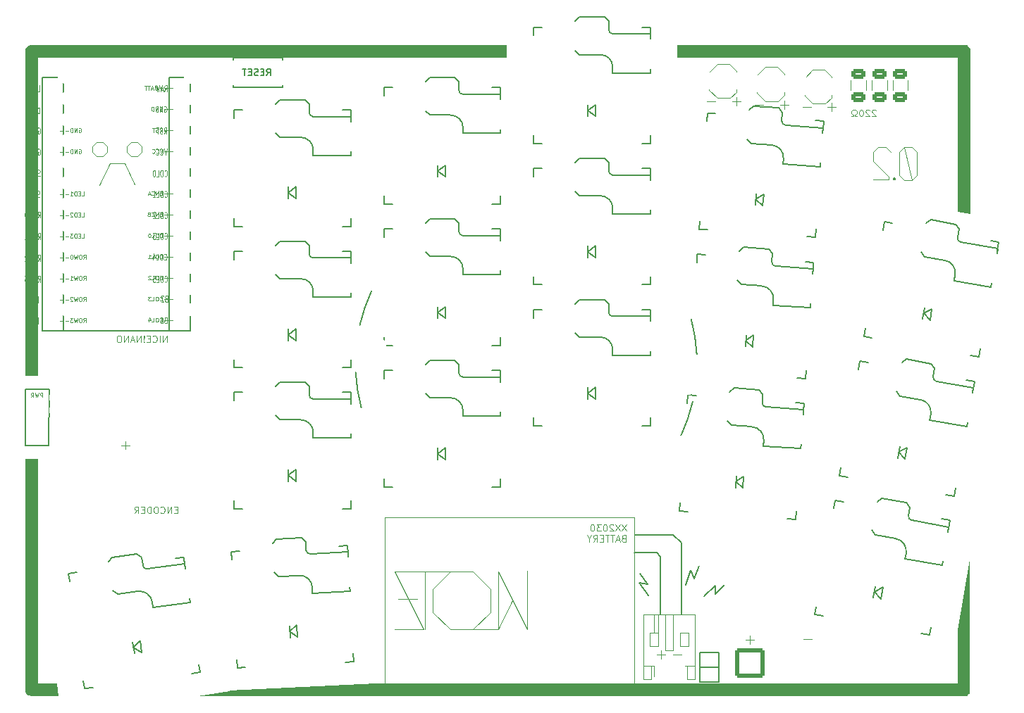
<source format=gbo>
G04 #@! TF.GenerationSoftware,KiCad,Pcbnew,7.0.5*
G04 #@! TF.CreationDate,2023-06-08T22:56:43+10:00*
G04 #@! TF.ProjectId,Klotz,4b6c6f74-7a2e-46b6-9963-61645f706362,0.2*
G04 #@! TF.SameCoordinates,Original*
G04 #@! TF.FileFunction,Legend,Bot*
G04 #@! TF.FilePolarity,Positive*
%FSLAX46Y46*%
G04 Gerber Fmt 4.6, Leading zero omitted, Abs format (unit mm)*
G04 Created by KiCad (PCBNEW 7.0.5) date 2023-06-08 22:56:43*
%MOMM*%
%LPD*%
G01*
G04 APERTURE LIST*
G04 Aperture macros list*
%AMRoundRect*
0 Rectangle with rounded corners*
0 $1 Rounding radius*
0 $2 $3 $4 $5 $6 $7 $8 $9 X,Y pos of 4 corners*
0 Add a 4 corners polygon primitive as box body*
4,1,4,$2,$3,$4,$5,$6,$7,$8,$9,$2,$3,0*
0 Add four circle primitives for the rounded corners*
1,1,$1+$1,$2,$3*
1,1,$1+$1,$4,$5*
1,1,$1+$1,$6,$7*
1,1,$1+$1,$8,$9*
0 Add four rect primitives between the rounded corners*
20,1,$1+$1,$2,$3,$4,$5,0*
20,1,$1+$1,$4,$5,$6,$7,0*
20,1,$1+$1,$6,$7,$8,$9,0*
20,1,$1+$1,$8,$9,$2,$3,0*%
%AMRotRect*
0 Rectangle, with rotation*
0 The origin of the aperture is its center*
0 $1 length*
0 $2 width*
0 $3 Rotation angle, in degrees counterclockwise*
0 Add horizontal line*
21,1,$1,$2,0,0,$3*%
G04 Aperture macros list end*
%ADD10C,0.125000*%
%ADD11C,0.120000*%
%ADD12C,0.119999*%
%ADD13C,0.124999*%
%ADD14C,0.150000*%
%ADD15C,0.000000*%
%ADD16C,0.200000*%
%ADD17O,1.905000X2.159000*%
%ADD18R,1.905000X2.159000*%
%ADD19R,1.800000X1.500000*%
%ADD20C,1.701800*%
%ADD21C,3.000000*%
%ADD22C,3.429000*%
%ADD23R,2.600000X2.600000*%
%ADD24C,2.032000*%
%ADD25RotRect,1.800000X1.500000X350.000000*%
%ADD26C,2.000000*%
%ADD27RotRect,2.600000X2.600000X350.000000*%
%ADD28RoundRect,0.250000X0.625000X-0.375000X0.625000X0.375000X-0.625000X0.375000X-0.625000X-0.375000X0*%
%ADD29C,4.400000*%
%ADD30O,3.000000X2.000000*%
%ADD31C,1.524000*%
%ADD32O,1.524000X1.524000*%
%ADD33O,1.200000X1.750000*%
%ADD34RotRect,2.600000X2.600000X356.000000*%
%ADD35C,3.500000*%
%ADD36RotRect,2.600000X2.600000X8.000000*%
%ADD37RotRect,1.800000X1.500000X356.000000*%
%ADD38RotRect,1.800000X1.500000X8.000000*%
%ADD39RotRect,1.800000X1.500000X4.000000*%
%ADD40C,0.900000*%
%ADD41R,1.000000X0.700000*%
%ADD42R,2.800000X1.000000*%
%ADD43RotRect,2.600000X2.600000X3.000000*%
%ADD44R,0.635000X1.143000*%
%ADD45RoundRect,0.250002X-1.499998X-1.499998X1.499998X-1.499998X1.499998X1.499998X-1.499998X1.499998X0*%
G04 APERTURE END LIST*
D10*
X171900000Y-125600000D02*
X171900000Y-124572480D01*
D11*
X191404526Y-69725000D02*
X190455040Y-65817500D01*
D12*
X138663433Y-123776073D02*
X140727265Y-121712243D01*
D11*
X190455039Y-69724999D02*
X189870740Y-69140700D01*
D13*
X94180356Y-66889560D02*
X94699380Y-66370535D01*
X92934696Y-65678502D02*
X92934696Y-65678502D01*
D12*
X135900000Y-116850000D02*
X135900000Y-116850000D01*
X129708509Y-120103157D02*
X131982223Y-120103157D01*
D14*
X167755336Y-118502502D02*
X167755338Y-119552503D01*
X189334531Y-69527491D02*
X189204531Y-69527491D01*
X167755338Y-119552503D02*
X168865337Y-118442501D01*
D11*
X178358999Y-125000000D02*
X179375000Y-125000000D01*
D14*
X158075000Y-112450000D02*
X162725000Y-112450000D01*
D12*
X141706709Y-116850000D02*
X141706709Y-123776073D01*
D11*
X187307850Y-65779651D02*
X188257341Y-65779642D01*
X189870740Y-69140700D02*
X189870741Y-66401799D01*
D13*
X98297955Y-66889560D02*
X98816980Y-66370535D01*
D11*
X161213480Y-127357999D02*
X161213480Y-126341999D01*
X188565700Y-69720000D02*
X188565700Y-69312149D01*
D13*
X98816980Y-66370535D02*
X98816980Y-65678502D01*
D15*
G36*
X142695732Y-55065903D02*
G01*
X86395767Y-55065903D01*
X86395767Y-93280782D01*
X84844612Y-93280782D01*
X84844612Y-54184563D01*
X84879863Y-54149312D01*
X84879863Y-54043549D01*
X84915119Y-54008298D01*
X84915119Y-53973046D01*
X84950378Y-53937791D01*
X84950378Y-53902535D01*
X84985622Y-53867284D01*
X84985622Y-53832028D01*
X85020885Y-53796780D01*
X85056129Y-53796780D01*
X85056129Y-53761521D01*
X85091392Y-53726266D01*
X85126644Y-53726266D01*
X85126644Y-53691018D01*
X85161895Y-53691018D01*
X85197151Y-53655759D01*
X85232402Y-53620511D01*
X85302909Y-53620511D01*
X85338165Y-53585252D01*
X85373413Y-53585252D01*
X85408668Y-53550000D01*
X142695732Y-53550000D01*
X142695732Y-55065903D01*
G37*
D14*
X159686680Y-119696832D02*
X158615952Y-118167669D01*
D13*
X94699380Y-66370535D02*
X94699380Y-65678502D01*
D11*
X96430000Y-101650000D02*
X97430000Y-101650000D01*
D14*
X159650000Y-118350000D02*
X158749611Y-117064112D01*
D12*
X132716806Y-123776073D02*
X129253768Y-123776073D01*
X132856727Y-116850000D02*
X132856727Y-116850000D01*
D13*
X93453721Y-66889560D02*
X94180356Y-66889560D01*
D12*
X132856727Y-116850000D02*
X129253768Y-116850000D01*
D11*
X190455040Y-65817500D02*
X191404531Y-65817491D01*
D14*
X189354531Y-69717491D02*
X189354531Y-69527491D01*
D13*
X98297955Y-65159477D02*
X97605922Y-65159477D01*
D12*
X133836171Y-118948810D02*
X133836171Y-118948810D01*
D13*
X94180356Y-65159477D02*
X93453721Y-65159477D01*
D12*
X132856727Y-123776073D02*
X132856727Y-116850000D01*
D11*
X96930000Y-101150000D02*
X96930000Y-102150000D01*
D12*
X145134765Y-123776073D02*
X141671728Y-116850000D01*
D13*
X93453721Y-66889560D02*
X93453721Y-66889560D01*
D12*
X133836171Y-121712243D02*
X133836171Y-121712243D01*
D13*
X94180356Y-66889560D02*
X94180356Y-66889560D01*
D15*
G36*
X86391155Y-130265000D02*
G01*
X88647388Y-130265000D01*
X88823657Y-131816155D01*
X85545078Y-131816155D01*
X85474567Y-131780915D01*
X85368801Y-131780915D01*
X85333553Y-131745660D01*
X85263042Y-131745660D01*
X85227790Y-131710397D01*
X85192539Y-131710397D01*
X85157283Y-131675149D01*
X85122032Y-131675149D01*
X85122032Y-131639893D01*
X85086780Y-131604646D01*
X85051517Y-131604646D01*
X85051517Y-131569383D01*
X85016273Y-131534135D01*
X84981010Y-131498879D01*
X84945766Y-131463616D01*
X84945766Y-131428376D01*
X84910507Y-131393121D01*
X84910507Y-131322610D01*
X84875251Y-131287354D01*
X84875251Y-131181596D01*
X84840000Y-131146340D01*
X84840000Y-103331277D01*
X86391155Y-103331277D01*
X86391155Y-130265000D01*
G37*
D13*
X94699380Y-66370535D02*
X94699380Y-66370535D01*
D14*
X165265338Y-117652503D02*
X165802232Y-116177395D01*
X189204531Y-69527491D02*
X189204531Y-69717491D01*
D13*
X92934696Y-66370535D02*
X93453721Y-66889560D01*
D14*
X161150000Y-115025000D02*
X160700000Y-114575000D01*
D13*
X98297955Y-65159477D02*
X98297955Y-65159477D01*
D14*
X164183117Y-118455062D02*
X164821588Y-116700881D01*
X189204531Y-69717491D02*
X189354531Y-69717491D01*
D13*
X92934696Y-65678502D02*
X92934696Y-66370535D01*
D14*
X158615952Y-118167669D02*
X159650000Y-118350000D01*
D12*
X135900000Y-123776073D02*
X138663433Y-123776073D01*
X141706709Y-123776073D02*
X138628454Y-123776073D01*
D13*
X97086897Y-65678502D02*
X97086897Y-65678502D01*
D12*
X138663433Y-123776073D02*
X138663433Y-123776073D01*
D11*
X186723551Y-67470000D02*
X186723551Y-66363950D01*
D12*
X140727265Y-118948810D02*
X138663433Y-116850000D01*
D11*
X163740999Y-126867001D02*
X162713479Y-126867001D01*
D12*
X140727265Y-118948810D02*
X140727265Y-118948810D01*
D13*
X93453721Y-65159477D02*
X93453721Y-65159477D01*
D12*
X135900000Y-116850000D02*
X133836171Y-118948810D01*
D11*
X186723551Y-66363950D02*
X187307850Y-65779651D01*
D12*
X145134765Y-123776073D02*
X145134765Y-123776073D01*
X133836171Y-121712243D02*
X135900000Y-123776073D01*
X138663433Y-116850000D02*
X135900000Y-116850000D01*
D15*
G36*
X198072785Y-53583731D02*
G01*
X198108033Y-53618990D01*
X198178528Y-53689501D01*
X198213761Y-53724756D01*
X198249024Y-53760012D01*
X198284257Y-53795267D01*
X198319504Y-53830522D01*
X198354737Y-53865782D01*
X198390000Y-53901033D01*
X198390000Y-73819326D01*
X196874100Y-73572546D01*
X196874100Y-55064425D01*
X163171677Y-55064425D01*
X163171677Y-53548521D01*
X197685105Y-53548479D01*
X198037553Y-53548479D01*
X198072785Y-53583731D01*
G37*
D11*
X191404530Y-69725000D02*
X191404526Y-69725000D01*
X189870741Y-66401799D02*
X190455040Y-65817500D01*
D12*
X129253768Y-116850000D02*
X129253768Y-116850000D01*
D14*
X89430000Y-87910000D02*
X102142500Y-87920000D01*
D12*
X140727265Y-121712243D02*
X140727265Y-118948810D01*
D11*
X188565700Y-69312149D02*
X186723551Y-67470000D01*
D13*
X97086897Y-66370535D02*
X97605922Y-66889560D01*
D15*
G36*
X198361316Y-131050783D02*
G01*
X198361316Y-131438600D01*
X198290820Y-131509111D01*
X198255588Y-131544366D01*
X198220325Y-131579622D01*
X198185092Y-131614877D01*
X198149844Y-131650133D01*
X198114612Y-131685388D01*
X198079349Y-131720651D01*
X198044116Y-131755899D01*
X198008868Y-131791154D01*
X105609348Y-131791154D01*
X109451984Y-131262353D01*
X109451984Y-131191797D01*
X126937762Y-130275201D01*
X196880832Y-130275201D01*
X196880832Y-123859048D01*
X198361484Y-115362932D01*
X198361316Y-131050783D01*
G37*
D13*
X98816980Y-66370535D02*
X98816980Y-66370535D01*
D12*
X132856727Y-116850000D02*
X135934982Y-116850000D01*
D11*
X186690700Y-69720000D02*
X188565700Y-69720000D01*
D14*
X163675000Y-113400000D02*
X163675000Y-121975000D01*
D13*
X92934696Y-66370535D02*
X92934696Y-66370535D01*
X97086897Y-66370535D02*
X97086897Y-66370535D01*
D11*
X191404530Y-69725000D02*
X190455039Y-69724999D01*
D13*
X97605922Y-65159477D02*
X97086897Y-65678502D01*
D11*
X191988830Y-69140700D02*
X191404530Y-69725000D01*
D13*
X94699380Y-65678502D02*
X94180356Y-65159477D01*
D11*
X160705480Y-126849999D02*
X161721480Y-126850000D01*
D13*
X97086897Y-65678502D02*
X97086897Y-66370535D01*
D11*
X191988830Y-66401790D02*
X191988830Y-69140700D01*
X188257341Y-65779642D02*
X188841640Y-66363941D01*
D13*
X97605922Y-65159477D02*
X97605922Y-65159477D01*
D12*
X129253768Y-116850000D02*
X132716806Y-123776073D01*
D10*
X171392000Y-125080481D02*
X172408000Y-125080480D01*
D12*
X133836171Y-118948810D02*
X133836171Y-121712243D01*
X138663433Y-116850000D02*
X138663433Y-116850000D01*
D13*
X97605922Y-66889560D02*
X98297955Y-66889560D01*
X95080000Y-67720000D02*
X95080000Y-67720000D01*
X94180356Y-65159477D02*
X94180356Y-65159477D01*
X97605922Y-66889560D02*
X97605922Y-66889560D01*
D12*
X145134765Y-116745060D02*
X145134765Y-123776073D01*
D13*
X96775481Y-67720000D02*
X96775481Y-67720000D01*
D14*
X164821588Y-116700881D02*
X165265338Y-117652503D01*
D11*
X191404531Y-65817491D02*
X191988830Y-66401790D01*
D14*
X166435338Y-119822501D02*
X167755336Y-118502502D01*
D13*
X98816980Y-65678502D02*
X98297955Y-65159477D01*
X96775481Y-67720000D02*
X98021141Y-70280524D01*
X98297955Y-66889560D02*
X98297955Y-66889560D01*
D11*
X128050000Y-110300000D02*
X158025000Y-110300000D01*
X158025000Y-130300000D01*
X128050000Y-130300000D01*
X128050000Y-110300000D01*
D14*
X160700000Y-114575000D02*
X158050000Y-114575000D01*
D12*
X141671727Y-123776075D02*
X143385756Y-120313038D01*
D13*
X95080000Y-67720000D02*
X96775481Y-67720000D01*
D12*
X141706709Y-123776073D02*
X141706709Y-123776073D01*
D13*
X93765135Y-70349728D02*
X95080000Y-67720000D01*
D12*
X135900000Y-123776073D02*
X135900000Y-123776073D01*
D13*
X93453721Y-65159477D02*
X92934696Y-65678502D01*
D12*
X132716806Y-123776073D02*
X132716806Y-123776073D01*
D14*
X161150000Y-121950000D02*
X161150000Y-115025000D01*
X162725000Y-112450000D02*
X163675000Y-113400000D01*
D10*
X86906666Y-95874809D02*
X86906666Y-95374809D01*
X86906666Y-95374809D02*
X86716190Y-95374809D01*
X86716190Y-95374809D02*
X86668571Y-95398619D01*
X86668571Y-95398619D02*
X86644761Y-95422428D01*
X86644761Y-95422428D02*
X86620952Y-95470047D01*
X86620952Y-95470047D02*
X86620952Y-95541476D01*
X86620952Y-95541476D02*
X86644761Y-95589095D01*
X86644761Y-95589095D02*
X86668571Y-95612904D01*
X86668571Y-95612904D02*
X86716190Y-95636714D01*
X86716190Y-95636714D02*
X86906666Y-95636714D01*
X86454285Y-95374809D02*
X86335237Y-95874809D01*
X86335237Y-95874809D02*
X86239999Y-95517666D01*
X86239999Y-95517666D02*
X86144761Y-95874809D01*
X86144761Y-95874809D02*
X86025714Y-95374809D01*
X85549523Y-95874809D02*
X85716189Y-95636714D01*
X85835237Y-95874809D02*
X85835237Y-95374809D01*
X85835237Y-95374809D02*
X85644761Y-95374809D01*
X85644761Y-95374809D02*
X85597142Y-95398619D01*
X85597142Y-95398619D02*
X85573332Y-95422428D01*
X85573332Y-95422428D02*
X85549523Y-95470047D01*
X85549523Y-95470047D02*
X85549523Y-95541476D01*
X85549523Y-95541476D02*
X85573332Y-95589095D01*
X85573332Y-95589095D02*
X85597142Y-95612904D01*
X85597142Y-95612904D02*
X85644761Y-95636714D01*
X85644761Y-95636714D02*
X85835237Y-95636714D01*
X91656522Y-74162089D02*
X91894617Y-74162089D01*
X91894617Y-74162089D02*
X91894617Y-73662089D01*
X91489855Y-73900184D02*
X91323188Y-73900184D01*
X91251760Y-74162089D02*
X91489855Y-74162089D01*
X91489855Y-74162089D02*
X91489855Y-73662089D01*
X91489855Y-73662089D02*
X91251760Y-73662089D01*
X91037474Y-74162089D02*
X91037474Y-73662089D01*
X91037474Y-73662089D02*
X90918426Y-73662089D01*
X90918426Y-73662089D02*
X90846998Y-73685899D01*
X90846998Y-73685899D02*
X90799379Y-73733518D01*
X90799379Y-73733518D02*
X90775569Y-73781137D01*
X90775569Y-73781137D02*
X90751760Y-73876375D01*
X90751760Y-73876375D02*
X90751760Y-73947803D01*
X90751760Y-73947803D02*
X90775569Y-74043041D01*
X90775569Y-74043041D02*
X90799379Y-74090660D01*
X90799379Y-74090660D02*
X90846998Y-74138280D01*
X90846998Y-74138280D02*
X90918426Y-74162089D01*
X90918426Y-74162089D02*
X91037474Y-74162089D01*
X90561283Y-73709708D02*
X90537474Y-73685899D01*
X90537474Y-73685899D02*
X90489855Y-73662089D01*
X90489855Y-73662089D02*
X90370807Y-73662089D01*
X90370807Y-73662089D02*
X90323188Y-73685899D01*
X90323188Y-73685899D02*
X90299379Y-73709708D01*
X90299379Y-73709708D02*
X90275569Y-73757327D01*
X90275569Y-73757327D02*
X90275569Y-73804946D01*
X90275569Y-73804946D02*
X90299379Y-73876375D01*
X90299379Y-73876375D02*
X90585093Y-74162089D01*
X90585093Y-74162089D02*
X90275569Y-74162089D01*
X90061284Y-73971613D02*
X89680332Y-73971613D01*
X89442236Y-73971613D02*
X89061284Y-73971613D01*
X187039856Y-61359785D02*
X187001760Y-61321690D01*
X187001760Y-61321690D02*
X186925570Y-61283595D01*
X186925570Y-61283595D02*
X186735094Y-61283595D01*
X186735094Y-61283595D02*
X186658903Y-61321690D01*
X186658903Y-61321690D02*
X186620808Y-61359785D01*
X186620808Y-61359785D02*
X186582713Y-61435976D01*
X186582713Y-61435976D02*
X186582713Y-61512166D01*
X186582713Y-61512166D02*
X186620808Y-61626452D01*
X186620808Y-61626452D02*
X187077951Y-62083595D01*
X187077951Y-62083595D02*
X186582713Y-62083595D01*
X186277951Y-61359785D02*
X186239855Y-61321690D01*
X186239855Y-61321690D02*
X186163665Y-61283595D01*
X186163665Y-61283595D02*
X185973189Y-61283595D01*
X185973189Y-61283595D02*
X185896998Y-61321690D01*
X185896998Y-61321690D02*
X185858903Y-61359785D01*
X185858903Y-61359785D02*
X185820808Y-61435976D01*
X185820808Y-61435976D02*
X185820808Y-61512166D01*
X185820808Y-61512166D02*
X185858903Y-61626452D01*
X185858903Y-61626452D02*
X186316046Y-62083595D01*
X186316046Y-62083595D02*
X185820808Y-62083595D01*
X185325569Y-61283595D02*
X185249379Y-61283595D01*
X185249379Y-61283595D02*
X185173188Y-61321690D01*
X185173188Y-61321690D02*
X185135093Y-61359785D01*
X185135093Y-61359785D02*
X185096998Y-61435976D01*
X185096998Y-61435976D02*
X185058903Y-61588357D01*
X185058903Y-61588357D02*
X185058903Y-61778833D01*
X185058903Y-61778833D02*
X185096998Y-61931214D01*
X185096998Y-61931214D02*
X185135093Y-62007404D01*
X185135093Y-62007404D02*
X185173188Y-62045500D01*
X185173188Y-62045500D02*
X185249379Y-62083595D01*
X185249379Y-62083595D02*
X185325569Y-62083595D01*
X185325569Y-62083595D02*
X185401760Y-62045500D01*
X185401760Y-62045500D02*
X185439855Y-62007404D01*
X185439855Y-62007404D02*
X185477950Y-61931214D01*
X185477950Y-61931214D02*
X185516046Y-61778833D01*
X185516046Y-61778833D02*
X185516046Y-61588357D01*
X185516046Y-61588357D02*
X185477950Y-61435976D01*
X185477950Y-61435976D02*
X185439855Y-61359785D01*
X185439855Y-61359785D02*
X185401760Y-61321690D01*
X185401760Y-61321690D02*
X185325569Y-61283595D01*
X184754141Y-62083595D02*
X184563664Y-62083595D01*
X184563664Y-62083595D02*
X184563664Y-61931214D01*
X184563664Y-61931214D02*
X184639855Y-61893119D01*
X184639855Y-61893119D02*
X184716045Y-61816928D01*
X184716045Y-61816928D02*
X184754141Y-61702642D01*
X184754141Y-61702642D02*
X184754141Y-61512166D01*
X184754141Y-61512166D02*
X184716045Y-61397880D01*
X184716045Y-61397880D02*
X184639855Y-61321690D01*
X184639855Y-61321690D02*
X184525569Y-61283595D01*
X184525569Y-61283595D02*
X184373188Y-61283595D01*
X184373188Y-61283595D02*
X184258902Y-61321690D01*
X184258902Y-61321690D02*
X184182712Y-61397880D01*
X184182712Y-61397880D02*
X184144617Y-61512166D01*
X184144617Y-61512166D02*
X184144617Y-61702642D01*
X184144617Y-61702642D02*
X184182712Y-61816928D01*
X184182712Y-61816928D02*
X184258902Y-61893119D01*
X184258902Y-61893119D02*
X184335093Y-61931214D01*
X184335093Y-61931214D02*
X184335093Y-62083595D01*
X184335093Y-62083595D02*
X184144617Y-62083595D01*
X102558716Y-86631613D02*
X102177764Y-86631613D01*
X101939668Y-86631613D02*
X101558716Y-86631613D01*
X101034906Y-86774470D02*
X101058715Y-86798280D01*
X101058715Y-86798280D02*
X101130144Y-86822089D01*
X101130144Y-86822089D02*
X101177763Y-86822089D01*
X101177763Y-86822089D02*
X101249191Y-86798280D01*
X101249191Y-86798280D02*
X101296810Y-86750660D01*
X101296810Y-86750660D02*
X101320620Y-86703041D01*
X101320620Y-86703041D02*
X101344429Y-86607803D01*
X101344429Y-86607803D02*
X101344429Y-86536375D01*
X101344429Y-86536375D02*
X101320620Y-86441137D01*
X101320620Y-86441137D02*
X101296810Y-86393518D01*
X101296810Y-86393518D02*
X101249191Y-86345899D01*
X101249191Y-86345899D02*
X101177763Y-86322089D01*
X101177763Y-86322089D02*
X101130144Y-86322089D01*
X101130144Y-86322089D02*
X101058715Y-86345899D01*
X101058715Y-86345899D02*
X101034906Y-86369708D01*
X100725382Y-86322089D02*
X100630144Y-86322089D01*
X100630144Y-86322089D02*
X100582525Y-86345899D01*
X100582525Y-86345899D02*
X100534906Y-86393518D01*
X100534906Y-86393518D02*
X100511096Y-86488756D01*
X100511096Y-86488756D02*
X100511096Y-86655422D01*
X100511096Y-86655422D02*
X100534906Y-86750660D01*
X100534906Y-86750660D02*
X100582525Y-86798280D01*
X100582525Y-86798280D02*
X100630144Y-86822089D01*
X100630144Y-86822089D02*
X100725382Y-86822089D01*
X100725382Y-86822089D02*
X100773001Y-86798280D01*
X100773001Y-86798280D02*
X100820620Y-86750660D01*
X100820620Y-86750660D02*
X100844429Y-86655422D01*
X100844429Y-86655422D02*
X100844429Y-86488756D01*
X100844429Y-86488756D02*
X100820620Y-86393518D01*
X100820620Y-86393518D02*
X100773001Y-86345899D01*
X100773001Y-86345899D02*
X100725382Y-86322089D01*
X100058715Y-86822089D02*
X100296810Y-86822089D01*
X100296810Y-86822089D02*
X100296810Y-86322089D01*
X99677762Y-86488756D02*
X99677762Y-86822089D01*
X99796810Y-86298280D02*
X99915857Y-86655422D01*
X99915857Y-86655422D02*
X99606334Y-86655422D01*
X102558716Y-79014333D02*
X102177764Y-79014333D01*
X101939668Y-79014333D02*
X101558716Y-79014333D01*
X101034906Y-79157190D02*
X101058715Y-79181000D01*
X101058715Y-79181000D02*
X101130144Y-79204809D01*
X101130144Y-79204809D02*
X101177763Y-79204809D01*
X101177763Y-79204809D02*
X101249191Y-79181000D01*
X101249191Y-79181000D02*
X101296810Y-79133380D01*
X101296810Y-79133380D02*
X101320620Y-79085761D01*
X101320620Y-79085761D02*
X101344429Y-78990523D01*
X101344429Y-78990523D02*
X101344429Y-78919095D01*
X101344429Y-78919095D02*
X101320620Y-78823857D01*
X101320620Y-78823857D02*
X101296810Y-78776238D01*
X101296810Y-78776238D02*
X101249191Y-78728619D01*
X101249191Y-78728619D02*
X101177763Y-78704809D01*
X101177763Y-78704809D02*
X101130144Y-78704809D01*
X101130144Y-78704809D02*
X101058715Y-78728619D01*
X101058715Y-78728619D02*
X101034906Y-78752428D01*
X100725382Y-78704809D02*
X100630144Y-78704809D01*
X100630144Y-78704809D02*
X100582525Y-78728619D01*
X100582525Y-78728619D02*
X100534906Y-78776238D01*
X100534906Y-78776238D02*
X100511096Y-78871476D01*
X100511096Y-78871476D02*
X100511096Y-79038142D01*
X100511096Y-79038142D02*
X100534906Y-79133380D01*
X100534906Y-79133380D02*
X100582525Y-79181000D01*
X100582525Y-79181000D02*
X100630144Y-79204809D01*
X100630144Y-79204809D02*
X100725382Y-79204809D01*
X100725382Y-79204809D02*
X100773001Y-79181000D01*
X100773001Y-79181000D02*
X100820620Y-79133380D01*
X100820620Y-79133380D02*
X100844429Y-79038142D01*
X100844429Y-79038142D02*
X100844429Y-78871476D01*
X100844429Y-78871476D02*
X100820620Y-78776238D01*
X100820620Y-78776238D02*
X100773001Y-78728619D01*
X100773001Y-78728619D02*
X100725382Y-78704809D01*
X100058715Y-79204809D02*
X100296810Y-79204809D01*
X100296810Y-79204809D02*
X100296810Y-78704809D01*
X99630143Y-79204809D02*
X99915857Y-79204809D01*
X99773000Y-79204809D02*
X99773000Y-78704809D01*
X99773000Y-78704809D02*
X99820619Y-78776238D01*
X99820619Y-78776238D02*
X99868238Y-78823857D01*
X99868238Y-78823857D02*
X99915857Y-78847666D01*
X91846999Y-81782089D02*
X92013665Y-81543994D01*
X92132713Y-81782089D02*
X92132713Y-81282089D01*
X92132713Y-81282089D02*
X91942237Y-81282089D01*
X91942237Y-81282089D02*
X91894618Y-81305899D01*
X91894618Y-81305899D02*
X91870808Y-81329708D01*
X91870808Y-81329708D02*
X91846999Y-81377327D01*
X91846999Y-81377327D02*
X91846999Y-81448756D01*
X91846999Y-81448756D02*
X91870808Y-81496375D01*
X91870808Y-81496375D02*
X91894618Y-81520184D01*
X91894618Y-81520184D02*
X91942237Y-81543994D01*
X91942237Y-81543994D02*
X92132713Y-81543994D01*
X91537475Y-81282089D02*
X91442237Y-81282089D01*
X91442237Y-81282089D02*
X91394618Y-81305899D01*
X91394618Y-81305899D02*
X91346999Y-81353518D01*
X91346999Y-81353518D02*
X91323189Y-81448756D01*
X91323189Y-81448756D02*
X91323189Y-81615422D01*
X91323189Y-81615422D02*
X91346999Y-81710660D01*
X91346999Y-81710660D02*
X91394618Y-81758280D01*
X91394618Y-81758280D02*
X91442237Y-81782089D01*
X91442237Y-81782089D02*
X91537475Y-81782089D01*
X91537475Y-81782089D02*
X91585094Y-81758280D01*
X91585094Y-81758280D02*
X91632713Y-81710660D01*
X91632713Y-81710660D02*
X91656522Y-81615422D01*
X91656522Y-81615422D02*
X91656522Y-81448756D01*
X91656522Y-81448756D02*
X91632713Y-81353518D01*
X91632713Y-81353518D02*
X91585094Y-81305899D01*
X91585094Y-81305899D02*
X91537475Y-81282089D01*
X91156522Y-81282089D02*
X91037474Y-81782089D01*
X91037474Y-81782089D02*
X90942236Y-81424946D01*
X90942236Y-81424946D02*
X90846998Y-81782089D01*
X90846998Y-81782089D02*
X90727951Y-81282089D01*
X90275569Y-81782089D02*
X90561283Y-81782089D01*
X90418426Y-81782089D02*
X90418426Y-81282089D01*
X90418426Y-81282089D02*
X90466045Y-81353518D01*
X90466045Y-81353518D02*
X90513664Y-81401137D01*
X90513664Y-81401137D02*
X90561283Y-81424946D01*
X90061284Y-81591613D02*
X89680332Y-81591613D01*
X89442236Y-81591613D02*
X89061284Y-81591613D01*
X102558716Y-61240703D02*
X102177764Y-61240703D01*
X101939668Y-61240703D02*
X101558716Y-61240703D01*
X101058715Y-60954989D02*
X101106334Y-60931179D01*
X101106334Y-60931179D02*
X101177763Y-60931179D01*
X101177763Y-60931179D02*
X101249191Y-60954989D01*
X101249191Y-60954989D02*
X101296810Y-61002608D01*
X101296810Y-61002608D02*
X101320620Y-61050227D01*
X101320620Y-61050227D02*
X101344429Y-61145465D01*
X101344429Y-61145465D02*
X101344429Y-61216893D01*
X101344429Y-61216893D02*
X101320620Y-61312131D01*
X101320620Y-61312131D02*
X101296810Y-61359750D01*
X101296810Y-61359750D02*
X101249191Y-61407370D01*
X101249191Y-61407370D02*
X101177763Y-61431179D01*
X101177763Y-61431179D02*
X101130144Y-61431179D01*
X101130144Y-61431179D02*
X101058715Y-61407370D01*
X101058715Y-61407370D02*
X101034906Y-61383560D01*
X101034906Y-61383560D02*
X101034906Y-61216893D01*
X101034906Y-61216893D02*
X101130144Y-61216893D01*
X100820620Y-61431179D02*
X100820620Y-60931179D01*
X100820620Y-60931179D02*
X100534906Y-61431179D01*
X100534906Y-61431179D02*
X100534906Y-60931179D01*
X100296810Y-61431179D02*
X100296810Y-60931179D01*
X100296810Y-60931179D02*
X100177762Y-60931179D01*
X100177762Y-60931179D02*
X100106334Y-60954989D01*
X100106334Y-60954989D02*
X100058715Y-61002608D01*
X100058715Y-61002608D02*
X100034905Y-61050227D01*
X100034905Y-61050227D02*
X100011096Y-61145465D01*
X100011096Y-61145465D02*
X100011096Y-61216893D01*
X100011096Y-61216893D02*
X100034905Y-61312131D01*
X100034905Y-61312131D02*
X100058715Y-61359750D01*
X100058715Y-61359750D02*
X100106334Y-61407370D01*
X100106334Y-61407370D02*
X100177762Y-61431179D01*
X100177762Y-61431179D02*
X100296810Y-61431179D01*
X102558716Y-66318883D02*
X102177764Y-66318883D01*
X101939668Y-66318883D02*
X101558716Y-66318883D01*
X101392048Y-66009359D02*
X101225382Y-66509359D01*
X101225382Y-66509359D02*
X101058715Y-66009359D01*
X100606335Y-66461740D02*
X100630144Y-66485550D01*
X100630144Y-66485550D02*
X100701573Y-66509359D01*
X100701573Y-66509359D02*
X100749192Y-66509359D01*
X100749192Y-66509359D02*
X100820620Y-66485550D01*
X100820620Y-66485550D02*
X100868239Y-66437930D01*
X100868239Y-66437930D02*
X100892049Y-66390311D01*
X100892049Y-66390311D02*
X100915858Y-66295073D01*
X100915858Y-66295073D02*
X100915858Y-66223645D01*
X100915858Y-66223645D02*
X100892049Y-66128407D01*
X100892049Y-66128407D02*
X100868239Y-66080788D01*
X100868239Y-66080788D02*
X100820620Y-66033169D01*
X100820620Y-66033169D02*
X100749192Y-66009359D01*
X100749192Y-66009359D02*
X100701573Y-66009359D01*
X100701573Y-66009359D02*
X100630144Y-66033169D01*
X100630144Y-66033169D02*
X100606335Y-66056978D01*
X100106335Y-66461740D02*
X100130144Y-66485550D01*
X100130144Y-66485550D02*
X100201573Y-66509359D01*
X100201573Y-66509359D02*
X100249192Y-66509359D01*
X100249192Y-66509359D02*
X100320620Y-66485550D01*
X100320620Y-66485550D02*
X100368239Y-66437930D01*
X100368239Y-66437930D02*
X100392049Y-66390311D01*
X100392049Y-66390311D02*
X100415858Y-66295073D01*
X100415858Y-66295073D02*
X100415858Y-66223645D01*
X100415858Y-66223645D02*
X100392049Y-66128407D01*
X100392049Y-66128407D02*
X100368239Y-66080788D01*
X100368239Y-66080788D02*
X100320620Y-66033169D01*
X100320620Y-66033169D02*
X100249192Y-66009359D01*
X100249192Y-66009359D02*
X100201573Y-66009359D01*
X100201573Y-66009359D02*
X100130144Y-66033169D01*
X100130144Y-66033169D02*
X100106335Y-66056978D01*
X91656522Y-76702089D02*
X91894617Y-76702089D01*
X91894617Y-76702089D02*
X91894617Y-76202089D01*
X91489855Y-76440184D02*
X91323188Y-76440184D01*
X91251760Y-76702089D02*
X91489855Y-76702089D01*
X91489855Y-76702089D02*
X91489855Y-76202089D01*
X91489855Y-76202089D02*
X91251760Y-76202089D01*
X91037474Y-76702089D02*
X91037474Y-76202089D01*
X91037474Y-76202089D02*
X90918426Y-76202089D01*
X90918426Y-76202089D02*
X90846998Y-76225899D01*
X90846998Y-76225899D02*
X90799379Y-76273518D01*
X90799379Y-76273518D02*
X90775569Y-76321137D01*
X90775569Y-76321137D02*
X90751760Y-76416375D01*
X90751760Y-76416375D02*
X90751760Y-76487803D01*
X90751760Y-76487803D02*
X90775569Y-76583041D01*
X90775569Y-76583041D02*
X90799379Y-76630660D01*
X90799379Y-76630660D02*
X90846998Y-76678280D01*
X90846998Y-76678280D02*
X90918426Y-76702089D01*
X90918426Y-76702089D02*
X91037474Y-76702089D01*
X90585093Y-76202089D02*
X90275569Y-76202089D01*
X90275569Y-76202089D02*
X90442236Y-76392565D01*
X90442236Y-76392565D02*
X90370807Y-76392565D01*
X90370807Y-76392565D02*
X90323188Y-76416375D01*
X90323188Y-76416375D02*
X90299379Y-76440184D01*
X90299379Y-76440184D02*
X90275569Y-76487803D01*
X90275569Y-76487803D02*
X90275569Y-76606851D01*
X90275569Y-76606851D02*
X90299379Y-76654470D01*
X90299379Y-76654470D02*
X90323188Y-76678280D01*
X90323188Y-76678280D02*
X90370807Y-76702089D01*
X90370807Y-76702089D02*
X90513664Y-76702089D01*
X90513664Y-76702089D02*
X90561283Y-76678280D01*
X90561283Y-76678280D02*
X90585093Y-76654470D01*
X90061284Y-76511613D02*
X89680332Y-76511613D01*
X89442236Y-76511613D02*
X89061284Y-76511613D01*
X102558716Y-73936153D02*
X102177764Y-73936153D01*
X101939668Y-73936153D02*
X101558716Y-73936153D01*
X101320620Y-73864724D02*
X101153953Y-73864724D01*
X101082525Y-74126629D02*
X101320620Y-74126629D01*
X101320620Y-74126629D02*
X101320620Y-73626629D01*
X101320620Y-73626629D02*
X101082525Y-73626629D01*
X100868239Y-74126629D02*
X100868239Y-73626629D01*
X100868239Y-73626629D02*
X100582525Y-74126629D01*
X100582525Y-74126629D02*
X100582525Y-73626629D01*
X100058715Y-74079010D02*
X100082524Y-74102820D01*
X100082524Y-74102820D02*
X100153953Y-74126629D01*
X100153953Y-74126629D02*
X100201572Y-74126629D01*
X100201572Y-74126629D02*
X100273000Y-74102820D01*
X100273000Y-74102820D02*
X100320619Y-74055200D01*
X100320619Y-74055200D02*
X100344429Y-74007581D01*
X100344429Y-74007581D02*
X100368238Y-73912343D01*
X100368238Y-73912343D02*
X100368238Y-73840915D01*
X100368238Y-73840915D02*
X100344429Y-73745677D01*
X100344429Y-73745677D02*
X100320619Y-73698058D01*
X100320619Y-73698058D02*
X100273000Y-73650439D01*
X100273000Y-73650439D02*
X100201572Y-73626629D01*
X100201572Y-73626629D02*
X100153953Y-73626629D01*
X100153953Y-73626629D02*
X100082524Y-73650439D01*
X100082524Y-73650439D02*
X100058715Y-73674248D01*
X99677762Y-73864724D02*
X99606334Y-73888534D01*
X99606334Y-73888534D02*
X99582524Y-73912343D01*
X99582524Y-73912343D02*
X99558715Y-73959962D01*
X99558715Y-73959962D02*
X99558715Y-74031391D01*
X99558715Y-74031391D02*
X99582524Y-74079010D01*
X99582524Y-74079010D02*
X99606334Y-74102820D01*
X99606334Y-74102820D02*
X99653953Y-74126629D01*
X99653953Y-74126629D02*
X99844429Y-74126629D01*
X99844429Y-74126629D02*
X99844429Y-73626629D01*
X99844429Y-73626629D02*
X99677762Y-73626629D01*
X99677762Y-73626629D02*
X99630143Y-73650439D01*
X99630143Y-73650439D02*
X99606334Y-73674248D01*
X99606334Y-73674248D02*
X99582524Y-73721867D01*
X99582524Y-73721867D02*
X99582524Y-73769486D01*
X99582524Y-73769486D02*
X99606334Y-73817105D01*
X99606334Y-73817105D02*
X99630143Y-73840915D01*
X99630143Y-73840915D02*
X99677762Y-73864724D01*
X99677762Y-73864724D02*
X99844429Y-73864724D01*
X91846999Y-79242089D02*
X92013665Y-79003994D01*
X92132713Y-79242089D02*
X92132713Y-78742089D01*
X92132713Y-78742089D02*
X91942237Y-78742089D01*
X91942237Y-78742089D02*
X91894618Y-78765899D01*
X91894618Y-78765899D02*
X91870808Y-78789708D01*
X91870808Y-78789708D02*
X91846999Y-78837327D01*
X91846999Y-78837327D02*
X91846999Y-78908756D01*
X91846999Y-78908756D02*
X91870808Y-78956375D01*
X91870808Y-78956375D02*
X91894618Y-78980184D01*
X91894618Y-78980184D02*
X91942237Y-79003994D01*
X91942237Y-79003994D02*
X92132713Y-79003994D01*
X91537475Y-78742089D02*
X91442237Y-78742089D01*
X91442237Y-78742089D02*
X91394618Y-78765899D01*
X91394618Y-78765899D02*
X91346999Y-78813518D01*
X91346999Y-78813518D02*
X91323189Y-78908756D01*
X91323189Y-78908756D02*
X91323189Y-79075422D01*
X91323189Y-79075422D02*
X91346999Y-79170660D01*
X91346999Y-79170660D02*
X91394618Y-79218280D01*
X91394618Y-79218280D02*
X91442237Y-79242089D01*
X91442237Y-79242089D02*
X91537475Y-79242089D01*
X91537475Y-79242089D02*
X91585094Y-79218280D01*
X91585094Y-79218280D02*
X91632713Y-79170660D01*
X91632713Y-79170660D02*
X91656522Y-79075422D01*
X91656522Y-79075422D02*
X91656522Y-78908756D01*
X91656522Y-78908756D02*
X91632713Y-78813518D01*
X91632713Y-78813518D02*
X91585094Y-78765899D01*
X91585094Y-78765899D02*
X91537475Y-78742089D01*
X91156522Y-78742089D02*
X91037474Y-79242089D01*
X91037474Y-79242089D02*
X90942236Y-78884946D01*
X90942236Y-78884946D02*
X90846998Y-79242089D01*
X90846998Y-79242089D02*
X90727951Y-78742089D01*
X90442236Y-78742089D02*
X90394617Y-78742089D01*
X90394617Y-78742089D02*
X90346998Y-78765899D01*
X90346998Y-78765899D02*
X90323188Y-78789708D01*
X90323188Y-78789708D02*
X90299379Y-78837327D01*
X90299379Y-78837327D02*
X90275569Y-78932565D01*
X90275569Y-78932565D02*
X90275569Y-79051613D01*
X90275569Y-79051613D02*
X90299379Y-79146851D01*
X90299379Y-79146851D02*
X90323188Y-79194470D01*
X90323188Y-79194470D02*
X90346998Y-79218280D01*
X90346998Y-79218280D02*
X90394617Y-79242089D01*
X90394617Y-79242089D02*
X90442236Y-79242089D01*
X90442236Y-79242089D02*
X90489855Y-79218280D01*
X90489855Y-79218280D02*
X90513664Y-79194470D01*
X90513664Y-79194470D02*
X90537474Y-79146851D01*
X90537474Y-79146851D02*
X90561283Y-79051613D01*
X90561283Y-79051613D02*
X90561283Y-78932565D01*
X90561283Y-78932565D02*
X90537474Y-78837327D01*
X90537474Y-78837327D02*
X90513664Y-78789708D01*
X90513664Y-78789708D02*
X90489855Y-78765899D01*
X90489855Y-78765899D02*
X90442236Y-78742089D01*
X90061284Y-79051613D02*
X89680332Y-79051613D01*
X89442236Y-79051613D02*
X89061284Y-79051613D01*
X91656522Y-71622089D02*
X91894617Y-71622089D01*
X91894617Y-71622089D02*
X91894617Y-71122089D01*
X91489855Y-71360184D02*
X91323188Y-71360184D01*
X91251760Y-71622089D02*
X91489855Y-71622089D01*
X91489855Y-71622089D02*
X91489855Y-71122089D01*
X91489855Y-71122089D02*
X91251760Y-71122089D01*
X91037474Y-71622089D02*
X91037474Y-71122089D01*
X91037474Y-71122089D02*
X90918426Y-71122089D01*
X90918426Y-71122089D02*
X90846998Y-71145899D01*
X90846998Y-71145899D02*
X90799379Y-71193518D01*
X90799379Y-71193518D02*
X90775569Y-71241137D01*
X90775569Y-71241137D02*
X90751760Y-71336375D01*
X90751760Y-71336375D02*
X90751760Y-71407803D01*
X90751760Y-71407803D02*
X90775569Y-71503041D01*
X90775569Y-71503041D02*
X90799379Y-71550660D01*
X90799379Y-71550660D02*
X90846998Y-71598280D01*
X90846998Y-71598280D02*
X90918426Y-71622089D01*
X90918426Y-71622089D02*
X91037474Y-71622089D01*
X90275569Y-71622089D02*
X90561283Y-71622089D01*
X90418426Y-71622089D02*
X90418426Y-71122089D01*
X90418426Y-71122089D02*
X90466045Y-71193518D01*
X90466045Y-71193518D02*
X90513664Y-71241137D01*
X90513664Y-71241137D02*
X90561283Y-71264946D01*
X90061284Y-71431613D02*
X89680332Y-71431613D01*
X89442236Y-71431613D02*
X89061284Y-71431613D01*
X102558716Y-76475243D02*
X102177764Y-76475243D01*
X101939668Y-76475243D02*
X101558716Y-76475243D01*
X101034906Y-76618100D02*
X101058715Y-76641910D01*
X101058715Y-76641910D02*
X101130144Y-76665719D01*
X101130144Y-76665719D02*
X101177763Y-76665719D01*
X101177763Y-76665719D02*
X101249191Y-76641910D01*
X101249191Y-76641910D02*
X101296810Y-76594290D01*
X101296810Y-76594290D02*
X101320620Y-76546671D01*
X101320620Y-76546671D02*
X101344429Y-76451433D01*
X101344429Y-76451433D02*
X101344429Y-76380005D01*
X101344429Y-76380005D02*
X101320620Y-76284767D01*
X101320620Y-76284767D02*
X101296810Y-76237148D01*
X101296810Y-76237148D02*
X101249191Y-76189529D01*
X101249191Y-76189529D02*
X101177763Y-76165719D01*
X101177763Y-76165719D02*
X101130144Y-76165719D01*
X101130144Y-76165719D02*
X101058715Y-76189529D01*
X101058715Y-76189529D02*
X101034906Y-76213338D01*
X100725382Y-76165719D02*
X100630144Y-76165719D01*
X100630144Y-76165719D02*
X100582525Y-76189529D01*
X100582525Y-76189529D02*
X100534906Y-76237148D01*
X100534906Y-76237148D02*
X100511096Y-76332386D01*
X100511096Y-76332386D02*
X100511096Y-76499052D01*
X100511096Y-76499052D02*
X100534906Y-76594290D01*
X100534906Y-76594290D02*
X100582525Y-76641910D01*
X100582525Y-76641910D02*
X100630144Y-76665719D01*
X100630144Y-76665719D02*
X100725382Y-76665719D01*
X100725382Y-76665719D02*
X100773001Y-76641910D01*
X100773001Y-76641910D02*
X100820620Y-76594290D01*
X100820620Y-76594290D02*
X100844429Y-76499052D01*
X100844429Y-76499052D02*
X100844429Y-76332386D01*
X100844429Y-76332386D02*
X100820620Y-76237148D01*
X100820620Y-76237148D02*
X100773001Y-76189529D01*
X100773001Y-76189529D02*
X100725382Y-76165719D01*
X100058715Y-76665719D02*
X100296810Y-76665719D01*
X100296810Y-76665719D02*
X100296810Y-76165719D01*
X99796810Y-76165719D02*
X99749191Y-76165719D01*
X99749191Y-76165719D02*
X99701572Y-76189529D01*
X99701572Y-76189529D02*
X99677762Y-76213338D01*
X99677762Y-76213338D02*
X99653953Y-76260957D01*
X99653953Y-76260957D02*
X99630143Y-76356195D01*
X99630143Y-76356195D02*
X99630143Y-76475243D01*
X99630143Y-76475243D02*
X99653953Y-76570481D01*
X99653953Y-76570481D02*
X99677762Y-76618100D01*
X99677762Y-76618100D02*
X99701572Y-76641910D01*
X99701572Y-76641910D02*
X99749191Y-76665719D01*
X99749191Y-76665719D02*
X99796810Y-76665719D01*
X99796810Y-76665719D02*
X99844429Y-76641910D01*
X99844429Y-76641910D02*
X99868238Y-76618100D01*
X99868238Y-76618100D02*
X99892048Y-76570481D01*
X99892048Y-76570481D02*
X99915857Y-76475243D01*
X99915857Y-76475243D02*
X99915857Y-76356195D01*
X99915857Y-76356195D02*
X99892048Y-76260957D01*
X99892048Y-76260957D02*
X99868238Y-76213338D01*
X99868238Y-76213338D02*
X99844429Y-76189529D01*
X99844429Y-76189529D02*
X99796810Y-76165719D01*
X102558716Y-63779793D02*
X102177764Y-63779793D01*
X101939668Y-63779793D02*
X101558716Y-63779793D01*
X101034906Y-63970269D02*
X101201572Y-63732174D01*
X101320620Y-63970269D02*
X101320620Y-63470269D01*
X101320620Y-63470269D02*
X101130144Y-63470269D01*
X101130144Y-63470269D02*
X101082525Y-63494079D01*
X101082525Y-63494079D02*
X101058715Y-63517888D01*
X101058715Y-63517888D02*
X101034906Y-63565507D01*
X101034906Y-63565507D02*
X101034906Y-63636936D01*
X101034906Y-63636936D02*
X101058715Y-63684555D01*
X101058715Y-63684555D02*
X101082525Y-63708364D01*
X101082525Y-63708364D02*
X101130144Y-63732174D01*
X101130144Y-63732174D02*
X101320620Y-63732174D01*
X100844429Y-63946460D02*
X100773001Y-63970269D01*
X100773001Y-63970269D02*
X100653953Y-63970269D01*
X100653953Y-63970269D02*
X100606334Y-63946460D01*
X100606334Y-63946460D02*
X100582525Y-63922650D01*
X100582525Y-63922650D02*
X100558715Y-63875031D01*
X100558715Y-63875031D02*
X100558715Y-63827412D01*
X100558715Y-63827412D02*
X100582525Y-63779793D01*
X100582525Y-63779793D02*
X100606334Y-63755983D01*
X100606334Y-63755983D02*
X100653953Y-63732174D01*
X100653953Y-63732174D02*
X100749191Y-63708364D01*
X100749191Y-63708364D02*
X100796810Y-63684555D01*
X100796810Y-63684555D02*
X100820620Y-63660745D01*
X100820620Y-63660745D02*
X100844429Y-63613126D01*
X100844429Y-63613126D02*
X100844429Y-63565507D01*
X100844429Y-63565507D02*
X100820620Y-63517888D01*
X100820620Y-63517888D02*
X100796810Y-63494079D01*
X100796810Y-63494079D02*
X100749191Y-63470269D01*
X100749191Y-63470269D02*
X100630144Y-63470269D01*
X100630144Y-63470269D02*
X100558715Y-63494079D01*
X100415858Y-63470269D02*
X100130144Y-63470269D01*
X100273001Y-63970269D02*
X100273001Y-63470269D01*
X103157287Y-109419547D02*
X102890621Y-109419547D01*
X102776335Y-109838595D02*
X103157287Y-109838595D01*
X103157287Y-109838595D02*
X103157287Y-109038595D01*
X103157287Y-109038595D02*
X102776335Y-109038595D01*
X102433477Y-109838595D02*
X102433477Y-109038595D01*
X102433477Y-109038595D02*
X101976334Y-109838595D01*
X101976334Y-109838595D02*
X101976334Y-109038595D01*
X101138239Y-109762404D02*
X101176335Y-109800500D01*
X101176335Y-109800500D02*
X101290620Y-109838595D01*
X101290620Y-109838595D02*
X101366811Y-109838595D01*
X101366811Y-109838595D02*
X101481097Y-109800500D01*
X101481097Y-109800500D02*
X101557287Y-109724309D01*
X101557287Y-109724309D02*
X101595382Y-109648119D01*
X101595382Y-109648119D02*
X101633478Y-109495738D01*
X101633478Y-109495738D02*
X101633478Y-109381452D01*
X101633478Y-109381452D02*
X101595382Y-109229071D01*
X101595382Y-109229071D02*
X101557287Y-109152880D01*
X101557287Y-109152880D02*
X101481097Y-109076690D01*
X101481097Y-109076690D02*
X101366811Y-109038595D01*
X101366811Y-109038595D02*
X101290620Y-109038595D01*
X101290620Y-109038595D02*
X101176335Y-109076690D01*
X101176335Y-109076690D02*
X101138239Y-109114785D01*
X100643001Y-109038595D02*
X100490620Y-109038595D01*
X100490620Y-109038595D02*
X100414430Y-109076690D01*
X100414430Y-109076690D02*
X100338239Y-109152880D01*
X100338239Y-109152880D02*
X100300144Y-109305261D01*
X100300144Y-109305261D02*
X100300144Y-109571928D01*
X100300144Y-109571928D02*
X100338239Y-109724309D01*
X100338239Y-109724309D02*
X100414430Y-109800500D01*
X100414430Y-109800500D02*
X100490620Y-109838595D01*
X100490620Y-109838595D02*
X100643001Y-109838595D01*
X100643001Y-109838595D02*
X100719192Y-109800500D01*
X100719192Y-109800500D02*
X100795382Y-109724309D01*
X100795382Y-109724309D02*
X100833478Y-109571928D01*
X100833478Y-109571928D02*
X100833478Y-109305261D01*
X100833478Y-109305261D02*
X100795382Y-109152880D01*
X100795382Y-109152880D02*
X100719192Y-109076690D01*
X100719192Y-109076690D02*
X100643001Y-109038595D01*
X99957287Y-109838595D02*
X99957287Y-109038595D01*
X99957287Y-109038595D02*
X99766811Y-109038595D01*
X99766811Y-109038595D02*
X99652525Y-109076690D01*
X99652525Y-109076690D02*
X99576335Y-109152880D01*
X99576335Y-109152880D02*
X99538240Y-109229071D01*
X99538240Y-109229071D02*
X99500144Y-109381452D01*
X99500144Y-109381452D02*
X99500144Y-109495738D01*
X99500144Y-109495738D02*
X99538240Y-109648119D01*
X99538240Y-109648119D02*
X99576335Y-109724309D01*
X99576335Y-109724309D02*
X99652525Y-109800500D01*
X99652525Y-109800500D02*
X99766811Y-109838595D01*
X99766811Y-109838595D02*
X99957287Y-109838595D01*
X99157287Y-109419547D02*
X98890621Y-109419547D01*
X98776335Y-109838595D02*
X99157287Y-109838595D01*
X99157287Y-109838595D02*
X99157287Y-109038595D01*
X99157287Y-109038595D02*
X98776335Y-109038595D01*
X97976334Y-109838595D02*
X98243001Y-109457642D01*
X98433477Y-109838595D02*
X98433477Y-109038595D01*
X98433477Y-109038595D02*
X98128715Y-109038595D01*
X98128715Y-109038595D02*
X98052525Y-109076690D01*
X98052525Y-109076690D02*
X98014430Y-109114785D01*
X98014430Y-109114785D02*
X97976334Y-109190976D01*
X97976334Y-109190976D02*
X97976334Y-109305261D01*
X97976334Y-109305261D02*
X98014430Y-109381452D01*
X98014430Y-109381452D02*
X98052525Y-109419547D01*
X98052525Y-109419547D02*
X98128715Y-109457642D01*
X98128715Y-109457642D02*
X98433477Y-109457642D01*
X157073478Y-111169595D02*
X156540144Y-111969595D01*
X156540144Y-111169595D02*
X157073478Y-111969595D01*
X156311573Y-111169595D02*
X155778239Y-111969595D01*
X155778239Y-111169595D02*
X156311573Y-111969595D01*
X155511573Y-111245785D02*
X155473477Y-111207690D01*
X155473477Y-111207690D02*
X155397287Y-111169595D01*
X155397287Y-111169595D02*
X155206811Y-111169595D01*
X155206811Y-111169595D02*
X155130620Y-111207690D01*
X155130620Y-111207690D02*
X155092525Y-111245785D01*
X155092525Y-111245785D02*
X155054430Y-111321976D01*
X155054430Y-111321976D02*
X155054430Y-111398166D01*
X155054430Y-111398166D02*
X155092525Y-111512452D01*
X155092525Y-111512452D02*
X155549668Y-111969595D01*
X155549668Y-111969595D02*
X155054430Y-111969595D01*
X154559191Y-111169595D02*
X154483001Y-111169595D01*
X154483001Y-111169595D02*
X154406810Y-111207690D01*
X154406810Y-111207690D02*
X154368715Y-111245785D01*
X154368715Y-111245785D02*
X154330620Y-111321976D01*
X154330620Y-111321976D02*
X154292525Y-111474357D01*
X154292525Y-111474357D02*
X154292525Y-111664833D01*
X154292525Y-111664833D02*
X154330620Y-111817214D01*
X154330620Y-111817214D02*
X154368715Y-111893404D01*
X154368715Y-111893404D02*
X154406810Y-111931500D01*
X154406810Y-111931500D02*
X154483001Y-111969595D01*
X154483001Y-111969595D02*
X154559191Y-111969595D01*
X154559191Y-111969595D02*
X154635382Y-111931500D01*
X154635382Y-111931500D02*
X154673477Y-111893404D01*
X154673477Y-111893404D02*
X154711572Y-111817214D01*
X154711572Y-111817214D02*
X154749668Y-111664833D01*
X154749668Y-111664833D02*
X154749668Y-111474357D01*
X154749668Y-111474357D02*
X154711572Y-111321976D01*
X154711572Y-111321976D02*
X154673477Y-111245785D01*
X154673477Y-111245785D02*
X154635382Y-111207690D01*
X154635382Y-111207690D02*
X154559191Y-111169595D01*
X154025858Y-111169595D02*
X153530620Y-111169595D01*
X153530620Y-111169595D02*
X153797286Y-111474357D01*
X153797286Y-111474357D02*
X153683001Y-111474357D01*
X153683001Y-111474357D02*
X153606810Y-111512452D01*
X153606810Y-111512452D02*
X153568715Y-111550547D01*
X153568715Y-111550547D02*
X153530620Y-111626738D01*
X153530620Y-111626738D02*
X153530620Y-111817214D01*
X153530620Y-111817214D02*
X153568715Y-111893404D01*
X153568715Y-111893404D02*
X153606810Y-111931500D01*
X153606810Y-111931500D02*
X153683001Y-111969595D01*
X153683001Y-111969595D02*
X153911572Y-111969595D01*
X153911572Y-111969595D02*
X153987763Y-111931500D01*
X153987763Y-111931500D02*
X154025858Y-111893404D01*
X153035381Y-111169595D02*
X152959191Y-111169595D01*
X152959191Y-111169595D02*
X152883000Y-111207690D01*
X152883000Y-111207690D02*
X152844905Y-111245785D01*
X152844905Y-111245785D02*
X152806810Y-111321976D01*
X152806810Y-111321976D02*
X152768715Y-111474357D01*
X152768715Y-111474357D02*
X152768715Y-111664833D01*
X152768715Y-111664833D02*
X152806810Y-111817214D01*
X152806810Y-111817214D02*
X152844905Y-111893404D01*
X152844905Y-111893404D02*
X152883000Y-111931500D01*
X152883000Y-111931500D02*
X152959191Y-111969595D01*
X152959191Y-111969595D02*
X153035381Y-111969595D01*
X153035381Y-111969595D02*
X153111572Y-111931500D01*
X153111572Y-111931500D02*
X153149667Y-111893404D01*
X153149667Y-111893404D02*
X153187762Y-111817214D01*
X153187762Y-111817214D02*
X153225858Y-111664833D01*
X153225858Y-111664833D02*
X153225858Y-111474357D01*
X153225858Y-111474357D02*
X153187762Y-111321976D01*
X153187762Y-111321976D02*
X153149667Y-111245785D01*
X153149667Y-111245785D02*
X153111572Y-111207690D01*
X153111572Y-111207690D02*
X153035381Y-111169595D01*
X156730621Y-112838547D02*
X156616335Y-112876642D01*
X156616335Y-112876642D02*
X156578240Y-112914738D01*
X156578240Y-112914738D02*
X156540144Y-112990928D01*
X156540144Y-112990928D02*
X156540144Y-113105214D01*
X156540144Y-113105214D02*
X156578240Y-113181404D01*
X156578240Y-113181404D02*
X156616335Y-113219500D01*
X156616335Y-113219500D02*
X156692525Y-113257595D01*
X156692525Y-113257595D02*
X156997287Y-113257595D01*
X156997287Y-113257595D02*
X156997287Y-112457595D01*
X156997287Y-112457595D02*
X156730621Y-112457595D01*
X156730621Y-112457595D02*
X156654430Y-112495690D01*
X156654430Y-112495690D02*
X156616335Y-112533785D01*
X156616335Y-112533785D02*
X156578240Y-112609976D01*
X156578240Y-112609976D02*
X156578240Y-112686166D01*
X156578240Y-112686166D02*
X156616335Y-112762357D01*
X156616335Y-112762357D02*
X156654430Y-112800452D01*
X156654430Y-112800452D02*
X156730621Y-112838547D01*
X156730621Y-112838547D02*
X156997287Y-112838547D01*
X156235383Y-113029023D02*
X155854430Y-113029023D01*
X156311573Y-113257595D02*
X156044906Y-112457595D01*
X156044906Y-112457595D02*
X155778240Y-113257595D01*
X155625859Y-112457595D02*
X155168716Y-112457595D01*
X155397288Y-113257595D02*
X155397288Y-112457595D01*
X155016335Y-112457595D02*
X154559192Y-112457595D01*
X154787764Y-113257595D02*
X154787764Y-112457595D01*
X154292525Y-112838547D02*
X154025859Y-112838547D01*
X153911573Y-113257595D02*
X154292525Y-113257595D01*
X154292525Y-113257595D02*
X154292525Y-112457595D01*
X154292525Y-112457595D02*
X153911573Y-112457595D01*
X153111572Y-113257595D02*
X153378239Y-112876642D01*
X153568715Y-113257595D02*
X153568715Y-112457595D01*
X153568715Y-112457595D02*
X153263953Y-112457595D01*
X153263953Y-112457595D02*
X153187763Y-112495690D01*
X153187763Y-112495690D02*
X153149668Y-112533785D01*
X153149668Y-112533785D02*
X153111572Y-112609976D01*
X153111572Y-112609976D02*
X153111572Y-112724261D01*
X153111572Y-112724261D02*
X153149668Y-112800452D01*
X153149668Y-112800452D02*
X153187763Y-112838547D01*
X153187763Y-112838547D02*
X153263953Y-112876642D01*
X153263953Y-112876642D02*
X153568715Y-112876642D01*
X152616334Y-112876642D02*
X152616334Y-113257595D01*
X152883001Y-112457595D02*
X152616334Y-112876642D01*
X152616334Y-112876642D02*
X152349668Y-112457595D01*
X91846999Y-86862089D02*
X92013665Y-86623994D01*
X92132713Y-86862089D02*
X92132713Y-86362089D01*
X92132713Y-86362089D02*
X91942237Y-86362089D01*
X91942237Y-86362089D02*
X91894618Y-86385899D01*
X91894618Y-86385899D02*
X91870808Y-86409708D01*
X91870808Y-86409708D02*
X91846999Y-86457327D01*
X91846999Y-86457327D02*
X91846999Y-86528756D01*
X91846999Y-86528756D02*
X91870808Y-86576375D01*
X91870808Y-86576375D02*
X91894618Y-86600184D01*
X91894618Y-86600184D02*
X91942237Y-86623994D01*
X91942237Y-86623994D02*
X92132713Y-86623994D01*
X91537475Y-86362089D02*
X91442237Y-86362089D01*
X91442237Y-86362089D02*
X91394618Y-86385899D01*
X91394618Y-86385899D02*
X91346999Y-86433518D01*
X91346999Y-86433518D02*
X91323189Y-86528756D01*
X91323189Y-86528756D02*
X91323189Y-86695422D01*
X91323189Y-86695422D02*
X91346999Y-86790660D01*
X91346999Y-86790660D02*
X91394618Y-86838280D01*
X91394618Y-86838280D02*
X91442237Y-86862089D01*
X91442237Y-86862089D02*
X91537475Y-86862089D01*
X91537475Y-86862089D02*
X91585094Y-86838280D01*
X91585094Y-86838280D02*
X91632713Y-86790660D01*
X91632713Y-86790660D02*
X91656522Y-86695422D01*
X91656522Y-86695422D02*
X91656522Y-86528756D01*
X91656522Y-86528756D02*
X91632713Y-86433518D01*
X91632713Y-86433518D02*
X91585094Y-86385899D01*
X91585094Y-86385899D02*
X91537475Y-86362089D01*
X91156522Y-86362089D02*
X91037474Y-86862089D01*
X91037474Y-86862089D02*
X90942236Y-86504946D01*
X90942236Y-86504946D02*
X90846998Y-86862089D01*
X90846998Y-86862089D02*
X90727951Y-86362089D01*
X90585093Y-86362089D02*
X90275569Y-86362089D01*
X90275569Y-86362089D02*
X90442236Y-86552565D01*
X90442236Y-86552565D02*
X90370807Y-86552565D01*
X90370807Y-86552565D02*
X90323188Y-86576375D01*
X90323188Y-86576375D02*
X90299379Y-86600184D01*
X90299379Y-86600184D02*
X90275569Y-86647803D01*
X90275569Y-86647803D02*
X90275569Y-86766851D01*
X90275569Y-86766851D02*
X90299379Y-86814470D01*
X90299379Y-86814470D02*
X90323188Y-86838280D01*
X90323188Y-86838280D02*
X90370807Y-86862089D01*
X90370807Y-86862089D02*
X90513664Y-86862089D01*
X90513664Y-86862089D02*
X90561283Y-86838280D01*
X90561283Y-86838280D02*
X90585093Y-86814470D01*
X90061284Y-86671613D02*
X89680332Y-86671613D01*
X89442236Y-86671613D02*
X89061284Y-86671613D01*
X102558716Y-84092513D02*
X102177764Y-84092513D01*
X101939668Y-84092513D02*
X101558716Y-84092513D01*
X101034906Y-84235370D02*
X101058715Y-84259180D01*
X101058715Y-84259180D02*
X101130144Y-84282989D01*
X101130144Y-84282989D02*
X101177763Y-84282989D01*
X101177763Y-84282989D02*
X101249191Y-84259180D01*
X101249191Y-84259180D02*
X101296810Y-84211560D01*
X101296810Y-84211560D02*
X101320620Y-84163941D01*
X101320620Y-84163941D02*
X101344429Y-84068703D01*
X101344429Y-84068703D02*
X101344429Y-83997275D01*
X101344429Y-83997275D02*
X101320620Y-83902037D01*
X101320620Y-83902037D02*
X101296810Y-83854418D01*
X101296810Y-83854418D02*
X101249191Y-83806799D01*
X101249191Y-83806799D02*
X101177763Y-83782989D01*
X101177763Y-83782989D02*
X101130144Y-83782989D01*
X101130144Y-83782989D02*
X101058715Y-83806799D01*
X101058715Y-83806799D02*
X101034906Y-83830608D01*
X100725382Y-83782989D02*
X100630144Y-83782989D01*
X100630144Y-83782989D02*
X100582525Y-83806799D01*
X100582525Y-83806799D02*
X100534906Y-83854418D01*
X100534906Y-83854418D02*
X100511096Y-83949656D01*
X100511096Y-83949656D02*
X100511096Y-84116322D01*
X100511096Y-84116322D02*
X100534906Y-84211560D01*
X100534906Y-84211560D02*
X100582525Y-84259180D01*
X100582525Y-84259180D02*
X100630144Y-84282989D01*
X100630144Y-84282989D02*
X100725382Y-84282989D01*
X100725382Y-84282989D02*
X100773001Y-84259180D01*
X100773001Y-84259180D02*
X100820620Y-84211560D01*
X100820620Y-84211560D02*
X100844429Y-84116322D01*
X100844429Y-84116322D02*
X100844429Y-83949656D01*
X100844429Y-83949656D02*
X100820620Y-83854418D01*
X100820620Y-83854418D02*
X100773001Y-83806799D01*
X100773001Y-83806799D02*
X100725382Y-83782989D01*
X100058715Y-84282989D02*
X100296810Y-84282989D01*
X100296810Y-84282989D02*
X100296810Y-83782989D01*
X99939667Y-83782989D02*
X99630143Y-83782989D01*
X99630143Y-83782989D02*
X99796810Y-83973465D01*
X99796810Y-83973465D02*
X99725381Y-83973465D01*
X99725381Y-83973465D02*
X99677762Y-83997275D01*
X99677762Y-83997275D02*
X99653953Y-84021084D01*
X99653953Y-84021084D02*
X99630143Y-84068703D01*
X99630143Y-84068703D02*
X99630143Y-84187751D01*
X99630143Y-84187751D02*
X99653953Y-84235370D01*
X99653953Y-84235370D02*
X99677762Y-84259180D01*
X99677762Y-84259180D02*
X99725381Y-84282989D01*
X99725381Y-84282989D02*
X99868238Y-84282989D01*
X99868238Y-84282989D02*
X99915857Y-84259180D01*
X99915857Y-84259180D02*
X99939667Y-84235370D01*
X102558716Y-81553423D02*
X102177764Y-81553423D01*
X101939668Y-81553423D02*
X101558716Y-81553423D01*
X101034906Y-81696280D02*
X101058715Y-81720090D01*
X101058715Y-81720090D02*
X101130144Y-81743899D01*
X101130144Y-81743899D02*
X101177763Y-81743899D01*
X101177763Y-81743899D02*
X101249191Y-81720090D01*
X101249191Y-81720090D02*
X101296810Y-81672470D01*
X101296810Y-81672470D02*
X101320620Y-81624851D01*
X101320620Y-81624851D02*
X101344429Y-81529613D01*
X101344429Y-81529613D02*
X101344429Y-81458185D01*
X101344429Y-81458185D02*
X101320620Y-81362947D01*
X101320620Y-81362947D02*
X101296810Y-81315328D01*
X101296810Y-81315328D02*
X101249191Y-81267709D01*
X101249191Y-81267709D02*
X101177763Y-81243899D01*
X101177763Y-81243899D02*
X101130144Y-81243899D01*
X101130144Y-81243899D02*
X101058715Y-81267709D01*
X101058715Y-81267709D02*
X101034906Y-81291518D01*
X100725382Y-81243899D02*
X100630144Y-81243899D01*
X100630144Y-81243899D02*
X100582525Y-81267709D01*
X100582525Y-81267709D02*
X100534906Y-81315328D01*
X100534906Y-81315328D02*
X100511096Y-81410566D01*
X100511096Y-81410566D02*
X100511096Y-81577232D01*
X100511096Y-81577232D02*
X100534906Y-81672470D01*
X100534906Y-81672470D02*
X100582525Y-81720090D01*
X100582525Y-81720090D02*
X100630144Y-81743899D01*
X100630144Y-81743899D02*
X100725382Y-81743899D01*
X100725382Y-81743899D02*
X100773001Y-81720090D01*
X100773001Y-81720090D02*
X100820620Y-81672470D01*
X100820620Y-81672470D02*
X100844429Y-81577232D01*
X100844429Y-81577232D02*
X100844429Y-81410566D01*
X100844429Y-81410566D02*
X100820620Y-81315328D01*
X100820620Y-81315328D02*
X100773001Y-81267709D01*
X100773001Y-81267709D02*
X100725382Y-81243899D01*
X100058715Y-81743899D02*
X100296810Y-81743899D01*
X100296810Y-81743899D02*
X100296810Y-81243899D01*
X99915857Y-81291518D02*
X99892048Y-81267709D01*
X99892048Y-81267709D02*
X99844429Y-81243899D01*
X99844429Y-81243899D02*
X99725381Y-81243899D01*
X99725381Y-81243899D02*
X99677762Y-81267709D01*
X99677762Y-81267709D02*
X99653953Y-81291518D01*
X99653953Y-81291518D02*
X99630143Y-81339137D01*
X99630143Y-81339137D02*
X99630143Y-81386756D01*
X99630143Y-81386756D02*
X99653953Y-81458185D01*
X99653953Y-81458185D02*
X99939667Y-81743899D01*
X99939667Y-81743899D02*
X99630143Y-81743899D01*
X102558716Y-71397063D02*
X102177764Y-71397063D01*
X101939668Y-71397063D02*
X101558716Y-71397063D01*
X101320620Y-71325634D02*
X101153953Y-71325634D01*
X101082525Y-71587539D02*
X101320620Y-71587539D01*
X101320620Y-71587539D02*
X101320620Y-71087539D01*
X101320620Y-71087539D02*
X101082525Y-71087539D01*
X100868239Y-71587539D02*
X100868239Y-71087539D01*
X100868239Y-71087539D02*
X100582525Y-71587539D01*
X100582525Y-71587539D02*
X100582525Y-71087539D01*
X100058715Y-71539920D02*
X100082524Y-71563730D01*
X100082524Y-71563730D02*
X100153953Y-71587539D01*
X100153953Y-71587539D02*
X100201572Y-71587539D01*
X100201572Y-71587539D02*
X100273000Y-71563730D01*
X100273000Y-71563730D02*
X100320619Y-71516110D01*
X100320619Y-71516110D02*
X100344429Y-71468491D01*
X100344429Y-71468491D02*
X100368238Y-71373253D01*
X100368238Y-71373253D02*
X100368238Y-71301825D01*
X100368238Y-71301825D02*
X100344429Y-71206587D01*
X100344429Y-71206587D02*
X100320619Y-71158968D01*
X100320619Y-71158968D02*
X100273000Y-71111349D01*
X100273000Y-71111349D02*
X100201572Y-71087539D01*
X100201572Y-71087539D02*
X100153953Y-71087539D01*
X100153953Y-71087539D02*
X100082524Y-71111349D01*
X100082524Y-71111349D02*
X100058715Y-71135158D01*
X99868238Y-71444682D02*
X99630143Y-71444682D01*
X99915857Y-71587539D02*
X99749191Y-71087539D01*
X99749191Y-71087539D02*
X99582524Y-71587539D01*
X91323189Y-66065899D02*
X91370808Y-66042089D01*
X91370808Y-66042089D02*
X91442237Y-66042089D01*
X91442237Y-66042089D02*
X91513665Y-66065899D01*
X91513665Y-66065899D02*
X91561284Y-66113518D01*
X91561284Y-66113518D02*
X91585094Y-66161137D01*
X91585094Y-66161137D02*
X91608903Y-66256375D01*
X91608903Y-66256375D02*
X91608903Y-66327803D01*
X91608903Y-66327803D02*
X91585094Y-66423041D01*
X91585094Y-66423041D02*
X91561284Y-66470660D01*
X91561284Y-66470660D02*
X91513665Y-66518280D01*
X91513665Y-66518280D02*
X91442237Y-66542089D01*
X91442237Y-66542089D02*
X91394618Y-66542089D01*
X91394618Y-66542089D02*
X91323189Y-66518280D01*
X91323189Y-66518280D02*
X91299380Y-66494470D01*
X91299380Y-66494470D02*
X91299380Y-66327803D01*
X91299380Y-66327803D02*
X91394618Y-66327803D01*
X91085094Y-66542089D02*
X91085094Y-66042089D01*
X91085094Y-66042089D02*
X90799380Y-66542089D01*
X90799380Y-66542089D02*
X90799380Y-66042089D01*
X90561284Y-66542089D02*
X90561284Y-66042089D01*
X90561284Y-66042089D02*
X90442236Y-66042089D01*
X90442236Y-66042089D02*
X90370808Y-66065899D01*
X90370808Y-66065899D02*
X90323189Y-66113518D01*
X90323189Y-66113518D02*
X90299379Y-66161137D01*
X90299379Y-66161137D02*
X90275570Y-66256375D01*
X90275570Y-66256375D02*
X90275570Y-66327803D01*
X90275570Y-66327803D02*
X90299379Y-66423041D01*
X90299379Y-66423041D02*
X90323189Y-66470660D01*
X90323189Y-66470660D02*
X90370808Y-66518280D01*
X90370808Y-66518280D02*
X90442236Y-66542089D01*
X90442236Y-66542089D02*
X90561284Y-66542089D01*
X90061284Y-66351613D02*
X89680332Y-66351613D01*
X89442236Y-66351613D02*
X89061284Y-66351613D01*
X102558716Y-58701613D02*
X102177764Y-58701613D01*
X101939668Y-58701613D02*
X101558716Y-58701613D01*
X101320620Y-58701613D02*
X100939668Y-58701613D01*
X101130144Y-58892089D02*
X101130144Y-58511137D01*
X100534905Y-58630184D02*
X100463477Y-58653994D01*
X100463477Y-58653994D02*
X100439667Y-58677803D01*
X100439667Y-58677803D02*
X100415858Y-58725422D01*
X100415858Y-58725422D02*
X100415858Y-58796851D01*
X100415858Y-58796851D02*
X100439667Y-58844470D01*
X100439667Y-58844470D02*
X100463477Y-58868280D01*
X100463477Y-58868280D02*
X100511096Y-58892089D01*
X100511096Y-58892089D02*
X100701572Y-58892089D01*
X100701572Y-58892089D02*
X100701572Y-58392089D01*
X100701572Y-58392089D02*
X100534905Y-58392089D01*
X100534905Y-58392089D02*
X100487286Y-58415899D01*
X100487286Y-58415899D02*
X100463477Y-58439708D01*
X100463477Y-58439708D02*
X100439667Y-58487327D01*
X100439667Y-58487327D02*
X100439667Y-58534946D01*
X100439667Y-58534946D02*
X100463477Y-58582565D01*
X100463477Y-58582565D02*
X100487286Y-58606375D01*
X100487286Y-58606375D02*
X100534905Y-58630184D01*
X100534905Y-58630184D02*
X100701572Y-58630184D01*
X100225381Y-58749232D02*
X99987286Y-58749232D01*
X100273000Y-58892089D02*
X100106334Y-58392089D01*
X100106334Y-58392089D02*
X99939667Y-58892089D01*
X99844429Y-58392089D02*
X99558715Y-58392089D01*
X99701572Y-58892089D02*
X99701572Y-58392089D01*
X99463477Y-58392089D02*
X99177763Y-58392089D01*
X99320620Y-58892089D02*
X99320620Y-58392089D01*
X91323189Y-63525899D02*
X91370808Y-63502089D01*
X91370808Y-63502089D02*
X91442237Y-63502089D01*
X91442237Y-63502089D02*
X91513665Y-63525899D01*
X91513665Y-63525899D02*
X91561284Y-63573518D01*
X91561284Y-63573518D02*
X91585094Y-63621137D01*
X91585094Y-63621137D02*
X91608903Y-63716375D01*
X91608903Y-63716375D02*
X91608903Y-63787803D01*
X91608903Y-63787803D02*
X91585094Y-63883041D01*
X91585094Y-63883041D02*
X91561284Y-63930660D01*
X91561284Y-63930660D02*
X91513665Y-63978280D01*
X91513665Y-63978280D02*
X91442237Y-64002089D01*
X91442237Y-64002089D02*
X91394618Y-64002089D01*
X91394618Y-64002089D02*
X91323189Y-63978280D01*
X91323189Y-63978280D02*
X91299380Y-63954470D01*
X91299380Y-63954470D02*
X91299380Y-63787803D01*
X91299380Y-63787803D02*
X91394618Y-63787803D01*
X91085094Y-64002089D02*
X91085094Y-63502089D01*
X91085094Y-63502089D02*
X90799380Y-64002089D01*
X90799380Y-64002089D02*
X90799380Y-63502089D01*
X90561284Y-64002089D02*
X90561284Y-63502089D01*
X90561284Y-63502089D02*
X90442236Y-63502089D01*
X90442236Y-63502089D02*
X90370808Y-63525899D01*
X90370808Y-63525899D02*
X90323189Y-63573518D01*
X90323189Y-63573518D02*
X90299379Y-63621137D01*
X90299379Y-63621137D02*
X90275570Y-63716375D01*
X90275570Y-63716375D02*
X90275570Y-63787803D01*
X90275570Y-63787803D02*
X90299379Y-63883041D01*
X90299379Y-63883041D02*
X90323189Y-63930660D01*
X90323189Y-63930660D02*
X90370808Y-63978280D01*
X90370808Y-63978280D02*
X90442236Y-64002089D01*
X90442236Y-64002089D02*
X90561284Y-64002089D01*
X90061284Y-63811613D02*
X89680332Y-63811613D01*
X89442236Y-63811613D02*
X89061284Y-63811613D01*
X91846999Y-84322089D02*
X92013665Y-84083994D01*
X92132713Y-84322089D02*
X92132713Y-83822089D01*
X92132713Y-83822089D02*
X91942237Y-83822089D01*
X91942237Y-83822089D02*
X91894618Y-83845899D01*
X91894618Y-83845899D02*
X91870808Y-83869708D01*
X91870808Y-83869708D02*
X91846999Y-83917327D01*
X91846999Y-83917327D02*
X91846999Y-83988756D01*
X91846999Y-83988756D02*
X91870808Y-84036375D01*
X91870808Y-84036375D02*
X91894618Y-84060184D01*
X91894618Y-84060184D02*
X91942237Y-84083994D01*
X91942237Y-84083994D02*
X92132713Y-84083994D01*
X91537475Y-83822089D02*
X91442237Y-83822089D01*
X91442237Y-83822089D02*
X91394618Y-83845899D01*
X91394618Y-83845899D02*
X91346999Y-83893518D01*
X91346999Y-83893518D02*
X91323189Y-83988756D01*
X91323189Y-83988756D02*
X91323189Y-84155422D01*
X91323189Y-84155422D02*
X91346999Y-84250660D01*
X91346999Y-84250660D02*
X91394618Y-84298280D01*
X91394618Y-84298280D02*
X91442237Y-84322089D01*
X91442237Y-84322089D02*
X91537475Y-84322089D01*
X91537475Y-84322089D02*
X91585094Y-84298280D01*
X91585094Y-84298280D02*
X91632713Y-84250660D01*
X91632713Y-84250660D02*
X91656522Y-84155422D01*
X91656522Y-84155422D02*
X91656522Y-83988756D01*
X91656522Y-83988756D02*
X91632713Y-83893518D01*
X91632713Y-83893518D02*
X91585094Y-83845899D01*
X91585094Y-83845899D02*
X91537475Y-83822089D01*
X91156522Y-83822089D02*
X91037474Y-84322089D01*
X91037474Y-84322089D02*
X90942236Y-83964946D01*
X90942236Y-83964946D02*
X90846998Y-84322089D01*
X90846998Y-84322089D02*
X90727951Y-83822089D01*
X90561283Y-83869708D02*
X90537474Y-83845899D01*
X90537474Y-83845899D02*
X90489855Y-83822089D01*
X90489855Y-83822089D02*
X90370807Y-83822089D01*
X90370807Y-83822089D02*
X90323188Y-83845899D01*
X90323188Y-83845899D02*
X90299379Y-83869708D01*
X90299379Y-83869708D02*
X90275569Y-83917327D01*
X90275569Y-83917327D02*
X90275569Y-83964946D01*
X90275569Y-83964946D02*
X90299379Y-84036375D01*
X90299379Y-84036375D02*
X90585093Y-84322089D01*
X90585093Y-84322089D02*
X90275569Y-84322089D01*
X90061284Y-84131613D02*
X89680332Y-84131613D01*
X89442236Y-84131613D02*
X89061284Y-84131613D01*
X101867287Y-89253595D02*
X101867287Y-88453595D01*
X101867287Y-88453595D02*
X101410144Y-89253595D01*
X101410144Y-89253595D02*
X101410144Y-88453595D01*
X101029192Y-89253595D02*
X101029192Y-88453595D01*
X100191097Y-89177404D02*
X100229193Y-89215500D01*
X100229193Y-89215500D02*
X100343478Y-89253595D01*
X100343478Y-89253595D02*
X100419669Y-89253595D01*
X100419669Y-89253595D02*
X100533955Y-89215500D01*
X100533955Y-89215500D02*
X100610145Y-89139309D01*
X100610145Y-89139309D02*
X100648240Y-89063119D01*
X100648240Y-89063119D02*
X100686336Y-88910738D01*
X100686336Y-88910738D02*
X100686336Y-88796452D01*
X100686336Y-88796452D02*
X100648240Y-88644071D01*
X100648240Y-88644071D02*
X100610145Y-88567880D01*
X100610145Y-88567880D02*
X100533955Y-88491690D01*
X100533955Y-88491690D02*
X100419669Y-88453595D01*
X100419669Y-88453595D02*
X100343478Y-88453595D01*
X100343478Y-88453595D02*
X100229193Y-88491690D01*
X100229193Y-88491690D02*
X100191097Y-88529785D01*
X99848240Y-88834547D02*
X99581574Y-88834547D01*
X99467288Y-89253595D02*
X99848240Y-89253595D01*
X99848240Y-89253595D02*
X99848240Y-88453595D01*
X99848240Y-88453595D02*
X99467288Y-88453595D01*
X99124430Y-89177404D02*
X99086335Y-89215500D01*
X99086335Y-89215500D02*
X99124430Y-89253595D01*
X99124430Y-89253595D02*
X99162526Y-89215500D01*
X99162526Y-89215500D02*
X99124430Y-89177404D01*
X99124430Y-89177404D02*
X99124430Y-89253595D01*
X99124430Y-88948833D02*
X99162526Y-88491690D01*
X99162526Y-88491690D02*
X99124430Y-88453595D01*
X99124430Y-88453595D02*
X99086335Y-88491690D01*
X99086335Y-88491690D02*
X99124430Y-88948833D01*
X99124430Y-88948833D02*
X99124430Y-88453595D01*
X98743478Y-89253595D02*
X98743478Y-88453595D01*
X98743478Y-88453595D02*
X98286335Y-89253595D01*
X98286335Y-89253595D02*
X98286335Y-88453595D01*
X97943479Y-89025023D02*
X97562526Y-89025023D01*
X98019669Y-89253595D02*
X97753002Y-88453595D01*
X97753002Y-88453595D02*
X97486336Y-89253595D01*
X97219669Y-89253595D02*
X97219669Y-88453595D01*
X97219669Y-88453595D02*
X96762526Y-89253595D01*
X96762526Y-89253595D02*
X96762526Y-88453595D01*
X96229193Y-88453595D02*
X96076812Y-88453595D01*
X96076812Y-88453595D02*
X96000622Y-88491690D01*
X96000622Y-88491690D02*
X95924431Y-88567880D01*
X95924431Y-88567880D02*
X95886336Y-88720261D01*
X95886336Y-88720261D02*
X95886336Y-88986928D01*
X95886336Y-88986928D02*
X95924431Y-89139309D01*
X95924431Y-89139309D02*
X96000622Y-89215500D01*
X96000622Y-89215500D02*
X96076812Y-89253595D01*
X96076812Y-89253595D02*
X96229193Y-89253595D01*
X96229193Y-89253595D02*
X96305384Y-89215500D01*
X96305384Y-89215500D02*
X96381574Y-89139309D01*
X96381574Y-89139309D02*
X96419670Y-88986928D01*
X96419670Y-88986928D02*
X96419670Y-88720261D01*
X96419670Y-88720261D02*
X96381574Y-88567880D01*
X96381574Y-88567880D02*
X96305384Y-88491690D01*
X96305384Y-88491690D02*
X96229193Y-88453595D01*
D14*
X113854904Y-57182295D02*
X114121571Y-56801342D01*
X114312047Y-57182295D02*
X114312047Y-56382295D01*
X114312047Y-56382295D02*
X114007285Y-56382295D01*
X114007285Y-56382295D02*
X113931095Y-56420390D01*
X113931095Y-56420390D02*
X113893000Y-56458485D01*
X113893000Y-56458485D02*
X113854904Y-56534676D01*
X113854904Y-56534676D02*
X113854904Y-56648961D01*
X113854904Y-56648961D02*
X113893000Y-56725152D01*
X113893000Y-56725152D02*
X113931095Y-56763247D01*
X113931095Y-56763247D02*
X114007285Y-56801342D01*
X114007285Y-56801342D02*
X114312047Y-56801342D01*
X113512047Y-56763247D02*
X113245381Y-56763247D01*
X113131095Y-57182295D02*
X113512047Y-57182295D01*
X113512047Y-57182295D02*
X113512047Y-56382295D01*
X113512047Y-56382295D02*
X113131095Y-56382295D01*
X112826333Y-57144200D02*
X112712047Y-57182295D01*
X112712047Y-57182295D02*
X112521571Y-57182295D01*
X112521571Y-57182295D02*
X112445380Y-57144200D01*
X112445380Y-57144200D02*
X112407285Y-57106104D01*
X112407285Y-57106104D02*
X112369190Y-57029914D01*
X112369190Y-57029914D02*
X112369190Y-56953723D01*
X112369190Y-56953723D02*
X112407285Y-56877533D01*
X112407285Y-56877533D02*
X112445380Y-56839438D01*
X112445380Y-56839438D02*
X112521571Y-56801342D01*
X112521571Y-56801342D02*
X112673952Y-56763247D01*
X112673952Y-56763247D02*
X112750142Y-56725152D01*
X112750142Y-56725152D02*
X112788237Y-56687057D01*
X112788237Y-56687057D02*
X112826333Y-56610866D01*
X112826333Y-56610866D02*
X112826333Y-56534676D01*
X112826333Y-56534676D02*
X112788237Y-56458485D01*
X112788237Y-56458485D02*
X112750142Y-56420390D01*
X112750142Y-56420390D02*
X112673952Y-56382295D01*
X112673952Y-56382295D02*
X112483475Y-56382295D01*
X112483475Y-56382295D02*
X112369190Y-56420390D01*
X112026332Y-56763247D02*
X111759666Y-56763247D01*
X111645380Y-57182295D02*
X112026332Y-57182295D01*
X112026332Y-57182295D02*
X112026332Y-56382295D01*
X112026332Y-56382295D02*
X111645380Y-56382295D01*
X111416808Y-56382295D02*
X110959665Y-56382295D01*
X111188237Y-57182295D02*
X111188237Y-56382295D01*
D10*
X101610119Y-71742535D02*
X101633928Y-71778250D01*
X101633928Y-71778250D02*
X101705357Y-71813964D01*
X101705357Y-71813964D02*
X101752976Y-71813964D01*
X101752976Y-71813964D02*
X101824404Y-71778250D01*
X101824404Y-71778250D02*
X101872023Y-71706821D01*
X101872023Y-71706821D02*
X101895833Y-71635392D01*
X101895833Y-71635392D02*
X101919642Y-71492535D01*
X101919642Y-71492535D02*
X101919642Y-71385392D01*
X101919642Y-71385392D02*
X101895833Y-71242535D01*
X101895833Y-71242535D02*
X101872023Y-71171107D01*
X101872023Y-71171107D02*
X101824404Y-71099678D01*
X101824404Y-71099678D02*
X101752976Y-71063964D01*
X101752976Y-71063964D02*
X101705357Y-71063964D01*
X101705357Y-71063964D02*
X101633928Y-71099678D01*
X101633928Y-71099678D02*
X101610119Y-71135392D01*
X101300595Y-71063964D02*
X101205357Y-71063964D01*
X101205357Y-71063964D02*
X101157738Y-71099678D01*
X101157738Y-71099678D02*
X101110119Y-71171107D01*
X101110119Y-71171107D02*
X101086309Y-71313964D01*
X101086309Y-71313964D02*
X101086309Y-71563964D01*
X101086309Y-71563964D02*
X101110119Y-71706821D01*
X101110119Y-71706821D02*
X101157738Y-71778250D01*
X101157738Y-71778250D02*
X101205357Y-71813964D01*
X101205357Y-71813964D02*
X101300595Y-71813964D01*
X101300595Y-71813964D02*
X101348214Y-71778250D01*
X101348214Y-71778250D02*
X101395833Y-71706821D01*
X101395833Y-71706821D02*
X101419642Y-71563964D01*
X101419642Y-71563964D02*
X101419642Y-71313964D01*
X101419642Y-71313964D02*
X101395833Y-71171107D01*
X101395833Y-71171107D02*
X101348214Y-71099678D01*
X101348214Y-71099678D02*
X101300595Y-71063964D01*
X100633928Y-71813964D02*
X100872023Y-71813964D01*
X100872023Y-71813964D02*
X100872023Y-71063964D01*
X100205356Y-71813964D02*
X100491070Y-71813964D01*
X100348213Y-71813964D02*
X100348213Y-71063964D01*
X100348213Y-71063964D02*
X100395832Y-71171107D01*
X100395832Y-71171107D02*
X100443451Y-71242535D01*
X100443451Y-71242535D02*
X100491070Y-71278250D01*
X101598738Y-59113964D02*
X101765404Y-58756821D01*
X101884452Y-59113964D02*
X101884452Y-58363964D01*
X101884452Y-58363964D02*
X101693976Y-58363964D01*
X101693976Y-58363964D02*
X101646357Y-58399678D01*
X101646357Y-58399678D02*
X101622547Y-58435392D01*
X101622547Y-58435392D02*
X101598738Y-58506821D01*
X101598738Y-58506821D02*
X101598738Y-58613964D01*
X101598738Y-58613964D02*
X101622547Y-58685392D01*
X101622547Y-58685392D02*
X101646357Y-58721107D01*
X101646357Y-58721107D02*
X101693976Y-58756821D01*
X101693976Y-58756821D02*
X101884452Y-58756821D01*
X101408261Y-58899678D02*
X101170166Y-58899678D01*
X101455880Y-59113964D02*
X101289214Y-58363964D01*
X101289214Y-58363964D02*
X101122547Y-59113964D01*
X101003500Y-58363964D02*
X100884452Y-59113964D01*
X100884452Y-59113964D02*
X100789214Y-58578250D01*
X100789214Y-58578250D02*
X100693976Y-59113964D01*
X100693976Y-59113964D02*
X100574929Y-58363964D01*
X101709880Y-86597607D02*
X101638452Y-86633321D01*
X101638452Y-86633321D02*
X101614642Y-86669035D01*
X101614642Y-86669035D02*
X101590833Y-86740464D01*
X101590833Y-86740464D02*
X101590833Y-86847607D01*
X101590833Y-86847607D02*
X101614642Y-86919035D01*
X101614642Y-86919035D02*
X101638452Y-86954750D01*
X101638452Y-86954750D02*
X101686071Y-86990464D01*
X101686071Y-86990464D02*
X101876547Y-86990464D01*
X101876547Y-86990464D02*
X101876547Y-86240464D01*
X101876547Y-86240464D02*
X101709880Y-86240464D01*
X101709880Y-86240464D02*
X101662261Y-86276178D01*
X101662261Y-86276178D02*
X101638452Y-86311892D01*
X101638452Y-86311892D02*
X101614642Y-86383321D01*
X101614642Y-86383321D02*
X101614642Y-86454750D01*
X101614642Y-86454750D02*
X101638452Y-86526178D01*
X101638452Y-86526178D02*
X101662261Y-86561892D01*
X101662261Y-86561892D02*
X101709880Y-86597607D01*
X101709880Y-86597607D02*
X101876547Y-86597607D01*
X101162261Y-86240464D02*
X101257499Y-86240464D01*
X101257499Y-86240464D02*
X101305118Y-86276178D01*
X101305118Y-86276178D02*
X101328928Y-86311892D01*
X101328928Y-86311892D02*
X101376547Y-86419035D01*
X101376547Y-86419035D02*
X101400356Y-86561892D01*
X101400356Y-86561892D02*
X101400356Y-86847607D01*
X101400356Y-86847607D02*
X101376547Y-86919035D01*
X101376547Y-86919035D02*
X101352737Y-86954750D01*
X101352737Y-86954750D02*
X101305118Y-86990464D01*
X101305118Y-86990464D02*
X101209880Y-86990464D01*
X101209880Y-86990464D02*
X101162261Y-86954750D01*
X101162261Y-86954750D02*
X101138452Y-86919035D01*
X101138452Y-86919035D02*
X101114642Y-86847607D01*
X101114642Y-86847607D02*
X101114642Y-86669035D01*
X101114642Y-86669035D02*
X101138452Y-86597607D01*
X101138452Y-86597607D02*
X101162261Y-86561892D01*
X101162261Y-86561892D02*
X101209880Y-86526178D01*
X101209880Y-86526178D02*
X101305118Y-86526178D01*
X101305118Y-86526178D02*
X101352737Y-86561892D01*
X101352737Y-86561892D02*
X101376547Y-86597607D01*
X101376547Y-86597607D02*
X101400356Y-86669035D01*
X86393452Y-74290464D02*
X86560118Y-73933321D01*
X86679166Y-74290464D02*
X86679166Y-73540464D01*
X86679166Y-73540464D02*
X86488690Y-73540464D01*
X86488690Y-73540464D02*
X86441071Y-73576178D01*
X86441071Y-73576178D02*
X86417261Y-73611892D01*
X86417261Y-73611892D02*
X86393452Y-73683321D01*
X86393452Y-73683321D02*
X86393452Y-73790464D01*
X86393452Y-73790464D02*
X86417261Y-73861892D01*
X86417261Y-73861892D02*
X86441071Y-73897607D01*
X86441071Y-73897607D02*
X86488690Y-73933321D01*
X86488690Y-73933321D02*
X86679166Y-73933321D01*
X86083928Y-73540464D02*
X85988690Y-73540464D01*
X85988690Y-73540464D02*
X85941071Y-73576178D01*
X85941071Y-73576178D02*
X85893452Y-73647607D01*
X85893452Y-73647607D02*
X85869642Y-73790464D01*
X85869642Y-73790464D02*
X85869642Y-74040464D01*
X85869642Y-74040464D02*
X85893452Y-74183321D01*
X85893452Y-74183321D02*
X85941071Y-74254750D01*
X85941071Y-74254750D02*
X85988690Y-74290464D01*
X85988690Y-74290464D02*
X86083928Y-74290464D01*
X86083928Y-74290464D02*
X86131547Y-74254750D01*
X86131547Y-74254750D02*
X86179166Y-74183321D01*
X86179166Y-74183321D02*
X86202975Y-74040464D01*
X86202975Y-74040464D02*
X86202975Y-73790464D01*
X86202975Y-73790464D02*
X86179166Y-73647607D01*
X86179166Y-73647607D02*
X86131547Y-73576178D01*
X86131547Y-73576178D02*
X86083928Y-73540464D01*
X85702975Y-73540464D02*
X85583927Y-74290464D01*
X85583927Y-74290464D02*
X85488689Y-73754750D01*
X85488689Y-73754750D02*
X85393451Y-74290464D01*
X85393451Y-74290464D02*
X85274404Y-73540464D01*
X84988689Y-73540464D02*
X84941070Y-73540464D01*
X84941070Y-73540464D02*
X84893451Y-73576178D01*
X84893451Y-73576178D02*
X84869641Y-73611892D01*
X84869641Y-73611892D02*
X84845832Y-73683321D01*
X84845832Y-73683321D02*
X84822022Y-73826178D01*
X84822022Y-73826178D02*
X84822022Y-74004750D01*
X84822022Y-74004750D02*
X84845832Y-74147607D01*
X84845832Y-74147607D02*
X84869641Y-74219035D01*
X84869641Y-74219035D02*
X84893451Y-74254750D01*
X84893451Y-74254750D02*
X84941070Y-74290464D01*
X84941070Y-74290464D02*
X84988689Y-74290464D01*
X84988689Y-74290464D02*
X85036308Y-74254750D01*
X85036308Y-74254750D02*
X85060117Y-74219035D01*
X85060117Y-74219035D02*
X85083927Y-74147607D01*
X85083927Y-74147607D02*
X85107736Y-74004750D01*
X85107736Y-74004750D02*
X85107736Y-73826178D01*
X85107736Y-73826178D02*
X85083927Y-73683321D01*
X85083927Y-73683321D02*
X85060117Y-73611892D01*
X85060117Y-73611892D02*
X85036308Y-73576178D01*
X85036308Y-73576178D02*
X84988689Y-73540464D01*
X86215880Y-86661107D02*
X86144452Y-86696821D01*
X86144452Y-86696821D02*
X86120642Y-86732535D01*
X86120642Y-86732535D02*
X86096833Y-86803964D01*
X86096833Y-86803964D02*
X86096833Y-86911107D01*
X86096833Y-86911107D02*
X86120642Y-86982535D01*
X86120642Y-86982535D02*
X86144452Y-87018250D01*
X86144452Y-87018250D02*
X86192071Y-87053964D01*
X86192071Y-87053964D02*
X86382547Y-87053964D01*
X86382547Y-87053964D02*
X86382547Y-86303964D01*
X86382547Y-86303964D02*
X86215880Y-86303964D01*
X86215880Y-86303964D02*
X86168261Y-86339678D01*
X86168261Y-86339678D02*
X86144452Y-86375392D01*
X86144452Y-86375392D02*
X86120642Y-86446821D01*
X86120642Y-86446821D02*
X86120642Y-86518250D01*
X86120642Y-86518250D02*
X86144452Y-86589678D01*
X86144452Y-86589678D02*
X86168261Y-86625392D01*
X86168261Y-86625392D02*
X86215880Y-86661107D01*
X86215880Y-86661107D02*
X86382547Y-86661107D01*
X85644452Y-86303964D02*
X85882547Y-86303964D01*
X85882547Y-86303964D02*
X85906356Y-86661107D01*
X85906356Y-86661107D02*
X85882547Y-86625392D01*
X85882547Y-86625392D02*
X85834928Y-86589678D01*
X85834928Y-86589678D02*
X85715880Y-86589678D01*
X85715880Y-86589678D02*
X85668261Y-86625392D01*
X85668261Y-86625392D02*
X85644452Y-86661107D01*
X85644452Y-86661107D02*
X85620642Y-86732535D01*
X85620642Y-86732535D02*
X85620642Y-86911107D01*
X85620642Y-86911107D02*
X85644452Y-86982535D01*
X85644452Y-86982535D02*
X85668261Y-87018250D01*
X85668261Y-87018250D02*
X85715880Y-87053964D01*
X85715880Y-87053964D02*
X85834928Y-87053964D01*
X85834928Y-87053964D02*
X85882547Y-87018250D01*
X85882547Y-87018250D02*
X85906356Y-86982535D01*
X86620641Y-69238250D02*
X86549213Y-69273964D01*
X86549213Y-69273964D02*
X86430165Y-69273964D01*
X86430165Y-69273964D02*
X86382546Y-69238250D01*
X86382546Y-69238250D02*
X86358737Y-69202535D01*
X86358737Y-69202535D02*
X86334927Y-69131107D01*
X86334927Y-69131107D02*
X86334927Y-69059678D01*
X86334927Y-69059678D02*
X86358737Y-68988250D01*
X86358737Y-68988250D02*
X86382546Y-68952535D01*
X86382546Y-68952535D02*
X86430165Y-68916821D01*
X86430165Y-68916821D02*
X86525403Y-68881107D01*
X86525403Y-68881107D02*
X86573022Y-68845392D01*
X86573022Y-68845392D02*
X86596832Y-68809678D01*
X86596832Y-68809678D02*
X86620641Y-68738250D01*
X86620641Y-68738250D02*
X86620641Y-68666821D01*
X86620641Y-68666821D02*
X86596832Y-68595392D01*
X86596832Y-68595392D02*
X86573022Y-68559678D01*
X86573022Y-68559678D02*
X86525403Y-68523964D01*
X86525403Y-68523964D02*
X86406356Y-68523964D01*
X86406356Y-68523964D02*
X86334927Y-68559678D01*
X86120642Y-69273964D02*
X86120642Y-68523964D01*
X86120642Y-68523964D02*
X86001594Y-68523964D01*
X86001594Y-68523964D02*
X85930166Y-68559678D01*
X85930166Y-68559678D02*
X85882547Y-68631107D01*
X85882547Y-68631107D02*
X85858737Y-68702535D01*
X85858737Y-68702535D02*
X85834928Y-68845392D01*
X85834928Y-68845392D02*
X85834928Y-68952535D01*
X85834928Y-68952535D02*
X85858737Y-69095392D01*
X85858737Y-69095392D02*
X85882547Y-69166821D01*
X85882547Y-69166821D02*
X85930166Y-69238250D01*
X85930166Y-69238250D02*
X86001594Y-69273964D01*
X86001594Y-69273964D02*
X86120642Y-69273964D01*
X85644451Y-69059678D02*
X85406356Y-69059678D01*
X85692070Y-69273964D02*
X85525404Y-68523964D01*
X85525404Y-68523964D02*
X85358737Y-69273964D01*
X86215880Y-84121107D02*
X86144452Y-84156821D01*
X86144452Y-84156821D02*
X86120642Y-84192535D01*
X86120642Y-84192535D02*
X86096833Y-84263964D01*
X86096833Y-84263964D02*
X86096833Y-84371107D01*
X86096833Y-84371107D02*
X86120642Y-84442535D01*
X86120642Y-84442535D02*
X86144452Y-84478250D01*
X86144452Y-84478250D02*
X86192071Y-84513964D01*
X86192071Y-84513964D02*
X86382547Y-84513964D01*
X86382547Y-84513964D02*
X86382547Y-83763964D01*
X86382547Y-83763964D02*
X86215880Y-83763964D01*
X86215880Y-83763964D02*
X86168261Y-83799678D01*
X86168261Y-83799678D02*
X86144452Y-83835392D01*
X86144452Y-83835392D02*
X86120642Y-83906821D01*
X86120642Y-83906821D02*
X86120642Y-83978250D01*
X86120642Y-83978250D02*
X86144452Y-84049678D01*
X86144452Y-84049678D02*
X86168261Y-84085392D01*
X86168261Y-84085392D02*
X86215880Y-84121107D01*
X86215880Y-84121107D02*
X86382547Y-84121107D01*
X85668261Y-84013964D02*
X85668261Y-84513964D01*
X85787309Y-83728250D02*
X85906356Y-84263964D01*
X85906356Y-84263964D02*
X85596833Y-84263964D01*
X86394452Y-63479678D02*
X86442071Y-63443964D01*
X86442071Y-63443964D02*
X86513500Y-63443964D01*
X86513500Y-63443964D02*
X86584928Y-63479678D01*
X86584928Y-63479678D02*
X86632547Y-63551107D01*
X86632547Y-63551107D02*
X86656357Y-63622535D01*
X86656357Y-63622535D02*
X86680166Y-63765392D01*
X86680166Y-63765392D02*
X86680166Y-63872535D01*
X86680166Y-63872535D02*
X86656357Y-64015392D01*
X86656357Y-64015392D02*
X86632547Y-64086821D01*
X86632547Y-64086821D02*
X86584928Y-64158250D01*
X86584928Y-64158250D02*
X86513500Y-64193964D01*
X86513500Y-64193964D02*
X86465881Y-64193964D01*
X86465881Y-64193964D02*
X86394452Y-64158250D01*
X86394452Y-64158250D02*
X86370643Y-64122535D01*
X86370643Y-64122535D02*
X86370643Y-63872535D01*
X86370643Y-63872535D02*
X86465881Y-63872535D01*
X86156357Y-64193964D02*
X86156357Y-63443964D01*
X86156357Y-63443964D02*
X85870643Y-64193964D01*
X85870643Y-64193964D02*
X85870643Y-63443964D01*
X85632547Y-64193964D02*
X85632547Y-63443964D01*
X85632547Y-63443964D02*
X85513499Y-63443964D01*
X85513499Y-63443964D02*
X85442071Y-63479678D01*
X85442071Y-63479678D02*
X85394452Y-63551107D01*
X85394452Y-63551107D02*
X85370642Y-63622535D01*
X85370642Y-63622535D02*
X85346833Y-63765392D01*
X85346833Y-63765392D02*
X85346833Y-63872535D01*
X85346833Y-63872535D02*
X85370642Y-64015392D01*
X85370642Y-64015392D02*
X85394452Y-64086821D01*
X85394452Y-64086821D02*
X85442071Y-64158250D01*
X85442071Y-64158250D02*
X85513499Y-64193964D01*
X85513499Y-64193964D02*
X85632547Y-64193964D01*
X101773380Y-83994107D02*
X101701952Y-84029821D01*
X101701952Y-84029821D02*
X101678142Y-84065535D01*
X101678142Y-84065535D02*
X101654333Y-84136964D01*
X101654333Y-84136964D02*
X101654333Y-84244107D01*
X101654333Y-84244107D02*
X101678142Y-84315535D01*
X101678142Y-84315535D02*
X101701952Y-84351250D01*
X101701952Y-84351250D02*
X101749571Y-84386964D01*
X101749571Y-84386964D02*
X101940047Y-84386964D01*
X101940047Y-84386964D02*
X101940047Y-83636964D01*
X101940047Y-83636964D02*
X101773380Y-83636964D01*
X101773380Y-83636964D02*
X101725761Y-83672678D01*
X101725761Y-83672678D02*
X101701952Y-83708392D01*
X101701952Y-83708392D02*
X101678142Y-83779821D01*
X101678142Y-83779821D02*
X101678142Y-83851250D01*
X101678142Y-83851250D02*
X101701952Y-83922678D01*
X101701952Y-83922678D02*
X101725761Y-83958392D01*
X101725761Y-83958392D02*
X101773380Y-83994107D01*
X101773380Y-83994107D02*
X101940047Y-83994107D01*
X101463856Y-83708392D02*
X101440047Y-83672678D01*
X101440047Y-83672678D02*
X101392428Y-83636964D01*
X101392428Y-83636964D02*
X101273380Y-83636964D01*
X101273380Y-83636964D02*
X101225761Y-83672678D01*
X101225761Y-83672678D02*
X101201952Y-83708392D01*
X101201952Y-83708392D02*
X101178142Y-83779821D01*
X101178142Y-83779821D02*
X101178142Y-83851250D01*
X101178142Y-83851250D02*
X101201952Y-83958392D01*
X101201952Y-83958392D02*
X101487666Y-84386964D01*
X101487666Y-84386964D02*
X101178142Y-84386964D01*
X101610119Y-69237035D02*
X101633928Y-69272750D01*
X101633928Y-69272750D02*
X101705357Y-69308464D01*
X101705357Y-69308464D02*
X101752976Y-69308464D01*
X101752976Y-69308464D02*
X101824404Y-69272750D01*
X101824404Y-69272750D02*
X101872023Y-69201321D01*
X101872023Y-69201321D02*
X101895833Y-69129892D01*
X101895833Y-69129892D02*
X101919642Y-68987035D01*
X101919642Y-68987035D02*
X101919642Y-68879892D01*
X101919642Y-68879892D02*
X101895833Y-68737035D01*
X101895833Y-68737035D02*
X101872023Y-68665607D01*
X101872023Y-68665607D02*
X101824404Y-68594178D01*
X101824404Y-68594178D02*
X101752976Y-68558464D01*
X101752976Y-68558464D02*
X101705357Y-68558464D01*
X101705357Y-68558464D02*
X101633928Y-68594178D01*
X101633928Y-68594178D02*
X101610119Y-68629892D01*
X101300595Y-68558464D02*
X101205357Y-68558464D01*
X101205357Y-68558464D02*
X101157738Y-68594178D01*
X101157738Y-68594178D02*
X101110119Y-68665607D01*
X101110119Y-68665607D02*
X101086309Y-68808464D01*
X101086309Y-68808464D02*
X101086309Y-69058464D01*
X101086309Y-69058464D02*
X101110119Y-69201321D01*
X101110119Y-69201321D02*
X101157738Y-69272750D01*
X101157738Y-69272750D02*
X101205357Y-69308464D01*
X101205357Y-69308464D02*
X101300595Y-69308464D01*
X101300595Y-69308464D02*
X101348214Y-69272750D01*
X101348214Y-69272750D02*
X101395833Y-69201321D01*
X101395833Y-69201321D02*
X101419642Y-69058464D01*
X101419642Y-69058464D02*
X101419642Y-68808464D01*
X101419642Y-68808464D02*
X101395833Y-68665607D01*
X101395833Y-68665607D02*
X101348214Y-68594178D01*
X101348214Y-68594178D02*
X101300595Y-68558464D01*
X100633928Y-69308464D02*
X100872023Y-69308464D01*
X100872023Y-69308464D02*
X100872023Y-68558464D01*
X100372023Y-68558464D02*
X100324404Y-68558464D01*
X100324404Y-68558464D02*
X100276785Y-68594178D01*
X100276785Y-68594178D02*
X100252975Y-68629892D01*
X100252975Y-68629892D02*
X100229166Y-68701321D01*
X100229166Y-68701321D02*
X100205356Y-68844178D01*
X100205356Y-68844178D02*
X100205356Y-69022750D01*
X100205356Y-69022750D02*
X100229166Y-69165607D01*
X100229166Y-69165607D02*
X100252975Y-69237035D01*
X100252975Y-69237035D02*
X100276785Y-69272750D01*
X100276785Y-69272750D02*
X100324404Y-69308464D01*
X100324404Y-69308464D02*
X100372023Y-69308464D01*
X100372023Y-69308464D02*
X100419642Y-69272750D01*
X100419642Y-69272750D02*
X100443451Y-69237035D01*
X100443451Y-69237035D02*
X100467261Y-69165607D01*
X100467261Y-69165607D02*
X100491070Y-69022750D01*
X100491070Y-69022750D02*
X100491070Y-68844178D01*
X100491070Y-68844178D02*
X100467261Y-68701321D01*
X100467261Y-68701321D02*
X100443451Y-68629892D01*
X100443451Y-68629892D02*
X100419642Y-68594178D01*
X100419642Y-68594178D02*
X100372023Y-68558464D01*
X86393452Y-79497464D02*
X86560118Y-79140321D01*
X86679166Y-79497464D02*
X86679166Y-78747464D01*
X86679166Y-78747464D02*
X86488690Y-78747464D01*
X86488690Y-78747464D02*
X86441071Y-78783178D01*
X86441071Y-78783178D02*
X86417261Y-78818892D01*
X86417261Y-78818892D02*
X86393452Y-78890321D01*
X86393452Y-78890321D02*
X86393452Y-78997464D01*
X86393452Y-78997464D02*
X86417261Y-79068892D01*
X86417261Y-79068892D02*
X86441071Y-79104607D01*
X86441071Y-79104607D02*
X86488690Y-79140321D01*
X86488690Y-79140321D02*
X86679166Y-79140321D01*
X86083928Y-78747464D02*
X85988690Y-78747464D01*
X85988690Y-78747464D02*
X85941071Y-78783178D01*
X85941071Y-78783178D02*
X85893452Y-78854607D01*
X85893452Y-78854607D02*
X85869642Y-78997464D01*
X85869642Y-78997464D02*
X85869642Y-79247464D01*
X85869642Y-79247464D02*
X85893452Y-79390321D01*
X85893452Y-79390321D02*
X85941071Y-79461750D01*
X85941071Y-79461750D02*
X85988690Y-79497464D01*
X85988690Y-79497464D02*
X86083928Y-79497464D01*
X86083928Y-79497464D02*
X86131547Y-79461750D01*
X86131547Y-79461750D02*
X86179166Y-79390321D01*
X86179166Y-79390321D02*
X86202975Y-79247464D01*
X86202975Y-79247464D02*
X86202975Y-78997464D01*
X86202975Y-78997464D02*
X86179166Y-78854607D01*
X86179166Y-78854607D02*
X86131547Y-78783178D01*
X86131547Y-78783178D02*
X86083928Y-78747464D01*
X85702975Y-78747464D02*
X85583927Y-79497464D01*
X85583927Y-79497464D02*
X85488689Y-78961750D01*
X85488689Y-78961750D02*
X85393451Y-79497464D01*
X85393451Y-79497464D02*
X85274404Y-78747464D01*
X85107736Y-78818892D02*
X85083927Y-78783178D01*
X85083927Y-78783178D02*
X85036308Y-78747464D01*
X85036308Y-78747464D02*
X84917260Y-78747464D01*
X84917260Y-78747464D02*
X84869641Y-78783178D01*
X84869641Y-78783178D02*
X84845832Y-78818892D01*
X84845832Y-78818892D02*
X84822022Y-78890321D01*
X84822022Y-78890321D02*
X84822022Y-78961750D01*
X84822022Y-78961750D02*
X84845832Y-79068892D01*
X84845832Y-79068892D02*
X85131546Y-79497464D01*
X85131546Y-79497464D02*
X84822022Y-79497464D01*
X86394452Y-66019678D02*
X86442071Y-65983964D01*
X86442071Y-65983964D02*
X86513500Y-65983964D01*
X86513500Y-65983964D02*
X86584928Y-66019678D01*
X86584928Y-66019678D02*
X86632547Y-66091107D01*
X86632547Y-66091107D02*
X86656357Y-66162535D01*
X86656357Y-66162535D02*
X86680166Y-66305392D01*
X86680166Y-66305392D02*
X86680166Y-66412535D01*
X86680166Y-66412535D02*
X86656357Y-66555392D01*
X86656357Y-66555392D02*
X86632547Y-66626821D01*
X86632547Y-66626821D02*
X86584928Y-66698250D01*
X86584928Y-66698250D02*
X86513500Y-66733964D01*
X86513500Y-66733964D02*
X86465881Y-66733964D01*
X86465881Y-66733964D02*
X86394452Y-66698250D01*
X86394452Y-66698250D02*
X86370643Y-66662535D01*
X86370643Y-66662535D02*
X86370643Y-66412535D01*
X86370643Y-66412535D02*
X86465881Y-66412535D01*
X86156357Y-66733964D02*
X86156357Y-65983964D01*
X86156357Y-65983964D02*
X85870643Y-66733964D01*
X85870643Y-66733964D02*
X85870643Y-65983964D01*
X85632547Y-66733964D02*
X85632547Y-65983964D01*
X85632547Y-65983964D02*
X85513499Y-65983964D01*
X85513499Y-65983964D02*
X85442071Y-66019678D01*
X85442071Y-66019678D02*
X85394452Y-66091107D01*
X85394452Y-66091107D02*
X85370642Y-66162535D01*
X85370642Y-66162535D02*
X85346833Y-66305392D01*
X85346833Y-66305392D02*
X85346833Y-66412535D01*
X85346833Y-66412535D02*
X85370642Y-66555392D01*
X85370642Y-66555392D02*
X85394452Y-66626821D01*
X85394452Y-66626821D02*
X85442071Y-66698250D01*
X85442071Y-66698250D02*
X85513499Y-66733964D01*
X85513499Y-66733964D02*
X85632547Y-66733964D01*
X101570952Y-60876178D02*
X101618571Y-60840464D01*
X101618571Y-60840464D02*
X101690000Y-60840464D01*
X101690000Y-60840464D02*
X101761428Y-60876178D01*
X101761428Y-60876178D02*
X101809047Y-60947607D01*
X101809047Y-60947607D02*
X101832857Y-61019035D01*
X101832857Y-61019035D02*
X101856666Y-61161892D01*
X101856666Y-61161892D02*
X101856666Y-61269035D01*
X101856666Y-61269035D02*
X101832857Y-61411892D01*
X101832857Y-61411892D02*
X101809047Y-61483321D01*
X101809047Y-61483321D02*
X101761428Y-61554750D01*
X101761428Y-61554750D02*
X101690000Y-61590464D01*
X101690000Y-61590464D02*
X101642381Y-61590464D01*
X101642381Y-61590464D02*
X101570952Y-61554750D01*
X101570952Y-61554750D02*
X101547143Y-61519035D01*
X101547143Y-61519035D02*
X101547143Y-61269035D01*
X101547143Y-61269035D02*
X101642381Y-61269035D01*
X101332857Y-61590464D02*
X101332857Y-60840464D01*
X101332857Y-60840464D02*
X101047143Y-61590464D01*
X101047143Y-61590464D02*
X101047143Y-60840464D01*
X100809047Y-61590464D02*
X100809047Y-60840464D01*
X100809047Y-60840464D02*
X100689999Y-60840464D01*
X100689999Y-60840464D02*
X100618571Y-60876178D01*
X100618571Y-60876178D02*
X100570952Y-60947607D01*
X100570952Y-60947607D02*
X100547142Y-61019035D01*
X100547142Y-61019035D02*
X100523333Y-61161892D01*
X100523333Y-61161892D02*
X100523333Y-61269035D01*
X100523333Y-61269035D02*
X100547142Y-61411892D01*
X100547142Y-61411892D02*
X100570952Y-61483321D01*
X100570952Y-61483321D02*
X100618571Y-61554750D01*
X100618571Y-61554750D02*
X100689999Y-61590464D01*
X100689999Y-61590464D02*
X100809047Y-61590464D01*
X86393452Y-82008464D02*
X86560118Y-81651321D01*
X86679166Y-82008464D02*
X86679166Y-81258464D01*
X86679166Y-81258464D02*
X86488690Y-81258464D01*
X86488690Y-81258464D02*
X86441071Y-81294178D01*
X86441071Y-81294178D02*
X86417261Y-81329892D01*
X86417261Y-81329892D02*
X86393452Y-81401321D01*
X86393452Y-81401321D02*
X86393452Y-81508464D01*
X86393452Y-81508464D02*
X86417261Y-81579892D01*
X86417261Y-81579892D02*
X86441071Y-81615607D01*
X86441071Y-81615607D02*
X86488690Y-81651321D01*
X86488690Y-81651321D02*
X86679166Y-81651321D01*
X86083928Y-81258464D02*
X85988690Y-81258464D01*
X85988690Y-81258464D02*
X85941071Y-81294178D01*
X85941071Y-81294178D02*
X85893452Y-81365607D01*
X85893452Y-81365607D02*
X85869642Y-81508464D01*
X85869642Y-81508464D02*
X85869642Y-81758464D01*
X85869642Y-81758464D02*
X85893452Y-81901321D01*
X85893452Y-81901321D02*
X85941071Y-81972750D01*
X85941071Y-81972750D02*
X85988690Y-82008464D01*
X85988690Y-82008464D02*
X86083928Y-82008464D01*
X86083928Y-82008464D02*
X86131547Y-81972750D01*
X86131547Y-81972750D02*
X86179166Y-81901321D01*
X86179166Y-81901321D02*
X86202975Y-81758464D01*
X86202975Y-81758464D02*
X86202975Y-81508464D01*
X86202975Y-81508464D02*
X86179166Y-81365607D01*
X86179166Y-81365607D02*
X86131547Y-81294178D01*
X86131547Y-81294178D02*
X86083928Y-81258464D01*
X85702975Y-81258464D02*
X85583927Y-82008464D01*
X85583927Y-82008464D02*
X85488689Y-81472750D01*
X85488689Y-81472750D02*
X85393451Y-82008464D01*
X85393451Y-82008464D02*
X85274404Y-81258464D01*
X85131546Y-81258464D02*
X84822022Y-81258464D01*
X84822022Y-81258464D02*
X84988689Y-81544178D01*
X84988689Y-81544178D02*
X84917260Y-81544178D01*
X84917260Y-81544178D02*
X84869641Y-81579892D01*
X84869641Y-81579892D02*
X84845832Y-81615607D01*
X84845832Y-81615607D02*
X84822022Y-81687035D01*
X84822022Y-81687035D02*
X84822022Y-81865607D01*
X84822022Y-81865607D02*
X84845832Y-81937035D01*
X84845832Y-81937035D02*
X84869641Y-81972750D01*
X84869641Y-81972750D02*
X84917260Y-82008464D01*
X84917260Y-82008464D02*
X85060117Y-82008464D01*
X85060117Y-82008464D02*
X85107736Y-81972750D01*
X85107736Y-81972750D02*
X85131546Y-81937035D01*
X86393452Y-76893964D02*
X86560118Y-76536821D01*
X86679166Y-76893964D02*
X86679166Y-76143964D01*
X86679166Y-76143964D02*
X86488690Y-76143964D01*
X86488690Y-76143964D02*
X86441071Y-76179678D01*
X86441071Y-76179678D02*
X86417261Y-76215392D01*
X86417261Y-76215392D02*
X86393452Y-76286821D01*
X86393452Y-76286821D02*
X86393452Y-76393964D01*
X86393452Y-76393964D02*
X86417261Y-76465392D01*
X86417261Y-76465392D02*
X86441071Y-76501107D01*
X86441071Y-76501107D02*
X86488690Y-76536821D01*
X86488690Y-76536821D02*
X86679166Y-76536821D01*
X86083928Y-76143964D02*
X85988690Y-76143964D01*
X85988690Y-76143964D02*
X85941071Y-76179678D01*
X85941071Y-76179678D02*
X85893452Y-76251107D01*
X85893452Y-76251107D02*
X85869642Y-76393964D01*
X85869642Y-76393964D02*
X85869642Y-76643964D01*
X85869642Y-76643964D02*
X85893452Y-76786821D01*
X85893452Y-76786821D02*
X85941071Y-76858250D01*
X85941071Y-76858250D02*
X85988690Y-76893964D01*
X85988690Y-76893964D02*
X86083928Y-76893964D01*
X86083928Y-76893964D02*
X86131547Y-76858250D01*
X86131547Y-76858250D02*
X86179166Y-76786821D01*
X86179166Y-76786821D02*
X86202975Y-76643964D01*
X86202975Y-76643964D02*
X86202975Y-76393964D01*
X86202975Y-76393964D02*
X86179166Y-76251107D01*
X86179166Y-76251107D02*
X86131547Y-76179678D01*
X86131547Y-76179678D02*
X86083928Y-76143964D01*
X85702975Y-76143964D02*
X85583927Y-76893964D01*
X85583927Y-76893964D02*
X85488689Y-76358250D01*
X85488689Y-76358250D02*
X85393451Y-76893964D01*
X85393451Y-76893964D02*
X85274404Y-76143964D01*
X84822022Y-76893964D02*
X85107736Y-76893964D01*
X84964879Y-76893964D02*
X84964879Y-76143964D01*
X84964879Y-76143964D02*
X85012498Y-76251107D01*
X85012498Y-76251107D02*
X85060117Y-76322535D01*
X85060117Y-76322535D02*
X85107736Y-76358250D01*
X101560119Y-79299035D02*
X101583928Y-79334750D01*
X101583928Y-79334750D02*
X101655357Y-79370464D01*
X101655357Y-79370464D02*
X101702976Y-79370464D01*
X101702976Y-79370464D02*
X101774404Y-79334750D01*
X101774404Y-79334750D02*
X101822023Y-79263321D01*
X101822023Y-79263321D02*
X101845833Y-79191892D01*
X101845833Y-79191892D02*
X101869642Y-79049035D01*
X101869642Y-79049035D02*
X101869642Y-78941892D01*
X101869642Y-78941892D02*
X101845833Y-78799035D01*
X101845833Y-78799035D02*
X101822023Y-78727607D01*
X101822023Y-78727607D02*
X101774404Y-78656178D01*
X101774404Y-78656178D02*
X101702976Y-78620464D01*
X101702976Y-78620464D02*
X101655357Y-78620464D01*
X101655357Y-78620464D02*
X101583928Y-78656178D01*
X101583928Y-78656178D02*
X101560119Y-78691892D01*
X101250595Y-78620464D02*
X101155357Y-78620464D01*
X101155357Y-78620464D02*
X101107738Y-78656178D01*
X101107738Y-78656178D02*
X101060119Y-78727607D01*
X101060119Y-78727607D02*
X101036309Y-78870464D01*
X101036309Y-78870464D02*
X101036309Y-79120464D01*
X101036309Y-79120464D02*
X101060119Y-79263321D01*
X101060119Y-79263321D02*
X101107738Y-79334750D01*
X101107738Y-79334750D02*
X101155357Y-79370464D01*
X101155357Y-79370464D02*
X101250595Y-79370464D01*
X101250595Y-79370464D02*
X101298214Y-79334750D01*
X101298214Y-79334750D02*
X101345833Y-79263321D01*
X101345833Y-79263321D02*
X101369642Y-79120464D01*
X101369642Y-79120464D02*
X101369642Y-78870464D01*
X101369642Y-78870464D02*
X101345833Y-78727607D01*
X101345833Y-78727607D02*
X101298214Y-78656178D01*
X101298214Y-78656178D02*
X101250595Y-78620464D01*
X100583928Y-79370464D02*
X100822023Y-79370464D01*
X100822023Y-79370464D02*
X100822023Y-78620464D01*
X100202975Y-78870464D02*
X100202975Y-79370464D01*
X100322023Y-78584750D02*
X100441070Y-79120464D01*
X100441070Y-79120464D02*
X100131547Y-79120464D01*
X101856665Y-65983964D02*
X101689999Y-66733964D01*
X101689999Y-66733964D02*
X101523332Y-65983964D01*
X101070952Y-66662535D02*
X101094761Y-66698250D01*
X101094761Y-66698250D02*
X101166190Y-66733964D01*
X101166190Y-66733964D02*
X101213809Y-66733964D01*
X101213809Y-66733964D02*
X101285237Y-66698250D01*
X101285237Y-66698250D02*
X101332856Y-66626821D01*
X101332856Y-66626821D02*
X101356666Y-66555392D01*
X101356666Y-66555392D02*
X101380475Y-66412535D01*
X101380475Y-66412535D02*
X101380475Y-66305392D01*
X101380475Y-66305392D02*
X101356666Y-66162535D01*
X101356666Y-66162535D02*
X101332856Y-66091107D01*
X101332856Y-66091107D02*
X101285237Y-66019678D01*
X101285237Y-66019678D02*
X101213809Y-65983964D01*
X101213809Y-65983964D02*
X101166190Y-65983964D01*
X101166190Y-65983964D02*
X101094761Y-66019678D01*
X101094761Y-66019678D02*
X101070952Y-66055392D01*
X100570952Y-66662535D02*
X100594761Y-66698250D01*
X100594761Y-66698250D02*
X100666190Y-66733964D01*
X100666190Y-66733964D02*
X100713809Y-66733964D01*
X100713809Y-66733964D02*
X100785237Y-66698250D01*
X100785237Y-66698250D02*
X100832856Y-66626821D01*
X100832856Y-66626821D02*
X100856666Y-66555392D01*
X100856666Y-66555392D02*
X100880475Y-66412535D01*
X100880475Y-66412535D02*
X100880475Y-66305392D01*
X100880475Y-66305392D02*
X100856666Y-66162535D01*
X100856666Y-66162535D02*
X100832856Y-66091107D01*
X100832856Y-66091107D02*
X100785237Y-66019678D01*
X100785237Y-66019678D02*
X100713809Y-65983964D01*
X100713809Y-65983964D02*
X100666190Y-65983964D01*
X100666190Y-65983964D02*
X100594761Y-66019678D01*
X100594761Y-66019678D02*
X100570952Y-66055392D01*
X86612499Y-61758464D02*
X86612499Y-61008464D01*
X86612499Y-61008464D02*
X86493451Y-61008464D01*
X86493451Y-61008464D02*
X86422023Y-61044178D01*
X86422023Y-61044178D02*
X86374404Y-61115607D01*
X86374404Y-61115607D02*
X86350594Y-61187035D01*
X86350594Y-61187035D02*
X86326785Y-61329892D01*
X86326785Y-61329892D02*
X86326785Y-61437035D01*
X86326785Y-61437035D02*
X86350594Y-61579892D01*
X86350594Y-61579892D02*
X86374404Y-61651321D01*
X86374404Y-61651321D02*
X86422023Y-61722750D01*
X86422023Y-61722750D02*
X86493451Y-61758464D01*
X86493451Y-61758464D02*
X86612499Y-61758464D01*
X86136308Y-61544178D02*
X85898213Y-61544178D01*
X86183927Y-61758464D02*
X86017261Y-61008464D01*
X86017261Y-61008464D02*
X85850594Y-61758464D01*
X85755356Y-61008464D02*
X85469642Y-61008464D01*
X85612499Y-61758464D02*
X85612499Y-61008464D01*
X85326785Y-61544178D02*
X85088690Y-61544178D01*
X85374404Y-61758464D02*
X85207738Y-61008464D01*
X85207738Y-61008464D02*
X85041071Y-61758464D01*
X101527309Y-64193964D02*
X101693975Y-63836821D01*
X101813023Y-64193964D02*
X101813023Y-63443964D01*
X101813023Y-63443964D02*
X101622547Y-63443964D01*
X101622547Y-63443964D02*
X101574928Y-63479678D01*
X101574928Y-63479678D02*
X101551118Y-63515392D01*
X101551118Y-63515392D02*
X101527309Y-63586821D01*
X101527309Y-63586821D02*
X101527309Y-63693964D01*
X101527309Y-63693964D02*
X101551118Y-63765392D01*
X101551118Y-63765392D02*
X101574928Y-63801107D01*
X101574928Y-63801107D02*
X101622547Y-63836821D01*
X101622547Y-63836821D02*
X101813023Y-63836821D01*
X101336832Y-64158250D02*
X101265404Y-64193964D01*
X101265404Y-64193964D02*
X101146356Y-64193964D01*
X101146356Y-64193964D02*
X101098737Y-64158250D01*
X101098737Y-64158250D02*
X101074928Y-64122535D01*
X101074928Y-64122535D02*
X101051118Y-64051107D01*
X101051118Y-64051107D02*
X101051118Y-63979678D01*
X101051118Y-63979678D02*
X101074928Y-63908250D01*
X101074928Y-63908250D02*
X101098737Y-63872535D01*
X101098737Y-63872535D02*
X101146356Y-63836821D01*
X101146356Y-63836821D02*
X101241594Y-63801107D01*
X101241594Y-63801107D02*
X101289213Y-63765392D01*
X101289213Y-63765392D02*
X101313023Y-63729678D01*
X101313023Y-63729678D02*
X101336832Y-63658250D01*
X101336832Y-63658250D02*
X101336832Y-63586821D01*
X101336832Y-63586821D02*
X101313023Y-63515392D01*
X101313023Y-63515392D02*
X101289213Y-63479678D01*
X101289213Y-63479678D02*
X101241594Y-63443964D01*
X101241594Y-63443964D02*
X101122547Y-63443964D01*
X101122547Y-63443964D02*
X101051118Y-63479678D01*
X100908261Y-63443964D02*
X100622547Y-63443964D01*
X100765404Y-64193964D02*
X100765404Y-63443964D01*
X101610119Y-81937035D02*
X101633928Y-81972750D01*
X101633928Y-81972750D02*
X101705357Y-82008464D01*
X101705357Y-82008464D02*
X101752976Y-82008464D01*
X101752976Y-82008464D02*
X101824404Y-81972750D01*
X101824404Y-81972750D02*
X101872023Y-81901321D01*
X101872023Y-81901321D02*
X101895833Y-81829892D01*
X101895833Y-81829892D02*
X101919642Y-81687035D01*
X101919642Y-81687035D02*
X101919642Y-81579892D01*
X101919642Y-81579892D02*
X101895833Y-81437035D01*
X101895833Y-81437035D02*
X101872023Y-81365607D01*
X101872023Y-81365607D02*
X101824404Y-81294178D01*
X101824404Y-81294178D02*
X101752976Y-81258464D01*
X101752976Y-81258464D02*
X101705357Y-81258464D01*
X101705357Y-81258464D02*
X101633928Y-81294178D01*
X101633928Y-81294178D02*
X101610119Y-81329892D01*
X101300595Y-81258464D02*
X101205357Y-81258464D01*
X101205357Y-81258464D02*
X101157738Y-81294178D01*
X101157738Y-81294178D02*
X101110119Y-81365607D01*
X101110119Y-81365607D02*
X101086309Y-81508464D01*
X101086309Y-81508464D02*
X101086309Y-81758464D01*
X101086309Y-81758464D02*
X101110119Y-81901321D01*
X101110119Y-81901321D02*
X101157738Y-81972750D01*
X101157738Y-81972750D02*
X101205357Y-82008464D01*
X101205357Y-82008464D02*
X101300595Y-82008464D01*
X101300595Y-82008464D02*
X101348214Y-81972750D01*
X101348214Y-81972750D02*
X101395833Y-81901321D01*
X101395833Y-81901321D02*
X101419642Y-81758464D01*
X101419642Y-81758464D02*
X101419642Y-81508464D01*
X101419642Y-81508464D02*
X101395833Y-81365607D01*
X101395833Y-81365607D02*
X101348214Y-81294178D01*
X101348214Y-81294178D02*
X101300595Y-81258464D01*
X100633928Y-82008464D02*
X100872023Y-82008464D01*
X100872023Y-82008464D02*
X100872023Y-81258464D01*
X100229166Y-81258464D02*
X100467261Y-81258464D01*
X100467261Y-81258464D02*
X100491070Y-81615607D01*
X100491070Y-81615607D02*
X100467261Y-81579892D01*
X100467261Y-81579892D02*
X100419642Y-81544178D01*
X100419642Y-81544178D02*
X100300594Y-81544178D01*
X100300594Y-81544178D02*
X100252975Y-81579892D01*
X100252975Y-81579892D02*
X100229166Y-81615607D01*
X100229166Y-81615607D02*
X100205356Y-81687035D01*
X100205356Y-81687035D02*
X100205356Y-81865607D01*
X100205356Y-81865607D02*
X100229166Y-81937035D01*
X100229166Y-81937035D02*
X100252975Y-81972750D01*
X100252975Y-81972750D02*
X100300594Y-82008464D01*
X100300594Y-82008464D02*
X100419642Y-82008464D01*
X100419642Y-82008464D02*
X100467261Y-81972750D01*
X100467261Y-81972750D02*
X100491070Y-81937035D01*
X101610119Y-74287035D02*
X101633928Y-74322750D01*
X101633928Y-74322750D02*
X101705357Y-74358464D01*
X101705357Y-74358464D02*
X101752976Y-74358464D01*
X101752976Y-74358464D02*
X101824404Y-74322750D01*
X101824404Y-74322750D02*
X101872023Y-74251321D01*
X101872023Y-74251321D02*
X101895833Y-74179892D01*
X101895833Y-74179892D02*
X101919642Y-74037035D01*
X101919642Y-74037035D02*
X101919642Y-73929892D01*
X101919642Y-73929892D02*
X101895833Y-73787035D01*
X101895833Y-73787035D02*
X101872023Y-73715607D01*
X101872023Y-73715607D02*
X101824404Y-73644178D01*
X101824404Y-73644178D02*
X101752976Y-73608464D01*
X101752976Y-73608464D02*
X101705357Y-73608464D01*
X101705357Y-73608464D02*
X101633928Y-73644178D01*
X101633928Y-73644178D02*
X101610119Y-73679892D01*
X101300595Y-73608464D02*
X101205357Y-73608464D01*
X101205357Y-73608464D02*
X101157738Y-73644178D01*
X101157738Y-73644178D02*
X101110119Y-73715607D01*
X101110119Y-73715607D02*
X101086309Y-73858464D01*
X101086309Y-73858464D02*
X101086309Y-74108464D01*
X101086309Y-74108464D02*
X101110119Y-74251321D01*
X101110119Y-74251321D02*
X101157738Y-74322750D01*
X101157738Y-74322750D02*
X101205357Y-74358464D01*
X101205357Y-74358464D02*
X101300595Y-74358464D01*
X101300595Y-74358464D02*
X101348214Y-74322750D01*
X101348214Y-74322750D02*
X101395833Y-74251321D01*
X101395833Y-74251321D02*
X101419642Y-74108464D01*
X101419642Y-74108464D02*
X101419642Y-73858464D01*
X101419642Y-73858464D02*
X101395833Y-73715607D01*
X101395833Y-73715607D02*
X101348214Y-73644178D01*
X101348214Y-73644178D02*
X101300595Y-73608464D01*
X100633928Y-74358464D02*
X100872023Y-74358464D01*
X100872023Y-74358464D02*
X100872023Y-73608464D01*
X100491070Y-73679892D02*
X100467261Y-73644178D01*
X100467261Y-73644178D02*
X100419642Y-73608464D01*
X100419642Y-73608464D02*
X100300594Y-73608464D01*
X100300594Y-73608464D02*
X100252975Y-73644178D01*
X100252975Y-73644178D02*
X100229166Y-73679892D01*
X100229166Y-73679892D02*
X100205356Y-73751321D01*
X100205356Y-73751321D02*
X100205356Y-73822750D01*
X100205356Y-73822750D02*
X100229166Y-73929892D01*
X100229166Y-73929892D02*
X100514880Y-74358464D01*
X100514880Y-74358464D02*
X100205356Y-74358464D01*
X86334928Y-59113964D02*
X86573023Y-59113964D01*
X86573023Y-59113964D02*
X86573023Y-58363964D01*
X86168261Y-58721107D02*
X86001594Y-58721107D01*
X85930166Y-59113964D02*
X86168261Y-59113964D01*
X86168261Y-59113964D02*
X86168261Y-58363964D01*
X86168261Y-58363964D02*
X85930166Y-58363964D01*
X85715880Y-59113964D02*
X85715880Y-58363964D01*
X85715880Y-58363964D02*
X85596832Y-58363964D01*
X85596832Y-58363964D02*
X85525404Y-58399678D01*
X85525404Y-58399678D02*
X85477785Y-58471107D01*
X85477785Y-58471107D02*
X85453975Y-58542535D01*
X85453975Y-58542535D02*
X85430166Y-58685392D01*
X85430166Y-58685392D02*
X85430166Y-58792535D01*
X85430166Y-58792535D02*
X85453975Y-58935392D01*
X85453975Y-58935392D02*
X85477785Y-59006821D01*
X85477785Y-59006821D02*
X85525404Y-59078250D01*
X85525404Y-59078250D02*
X85596832Y-59113964D01*
X85596832Y-59113964D02*
X85715880Y-59113964D01*
X86608737Y-71778250D02*
X86537309Y-71813964D01*
X86537309Y-71813964D02*
X86418261Y-71813964D01*
X86418261Y-71813964D02*
X86370642Y-71778250D01*
X86370642Y-71778250D02*
X86346833Y-71742535D01*
X86346833Y-71742535D02*
X86323023Y-71671107D01*
X86323023Y-71671107D02*
X86323023Y-71599678D01*
X86323023Y-71599678D02*
X86346833Y-71528250D01*
X86346833Y-71528250D02*
X86370642Y-71492535D01*
X86370642Y-71492535D02*
X86418261Y-71456821D01*
X86418261Y-71456821D02*
X86513499Y-71421107D01*
X86513499Y-71421107D02*
X86561118Y-71385392D01*
X86561118Y-71385392D02*
X86584928Y-71349678D01*
X86584928Y-71349678D02*
X86608737Y-71278250D01*
X86608737Y-71278250D02*
X86608737Y-71206821D01*
X86608737Y-71206821D02*
X86584928Y-71135392D01*
X86584928Y-71135392D02*
X86561118Y-71099678D01*
X86561118Y-71099678D02*
X86513499Y-71063964D01*
X86513499Y-71063964D02*
X86394452Y-71063964D01*
X86394452Y-71063964D02*
X86323023Y-71099678D01*
X85823024Y-71742535D02*
X85846833Y-71778250D01*
X85846833Y-71778250D02*
X85918262Y-71813964D01*
X85918262Y-71813964D02*
X85965881Y-71813964D01*
X85965881Y-71813964D02*
X86037309Y-71778250D01*
X86037309Y-71778250D02*
X86084928Y-71706821D01*
X86084928Y-71706821D02*
X86108738Y-71635392D01*
X86108738Y-71635392D02*
X86132547Y-71492535D01*
X86132547Y-71492535D02*
X86132547Y-71385392D01*
X86132547Y-71385392D02*
X86108738Y-71242535D01*
X86108738Y-71242535D02*
X86084928Y-71171107D01*
X86084928Y-71171107D02*
X86037309Y-71099678D01*
X86037309Y-71099678D02*
X85965881Y-71063964D01*
X85965881Y-71063964D02*
X85918262Y-71063964D01*
X85918262Y-71063964D02*
X85846833Y-71099678D01*
X85846833Y-71099678D02*
X85823024Y-71135392D01*
X85370643Y-71813964D02*
X85608738Y-71813964D01*
X85608738Y-71813964D02*
X85608738Y-71063964D01*
X101610119Y-76787035D02*
X101633928Y-76822750D01*
X101633928Y-76822750D02*
X101705357Y-76858464D01*
X101705357Y-76858464D02*
X101752976Y-76858464D01*
X101752976Y-76858464D02*
X101824404Y-76822750D01*
X101824404Y-76822750D02*
X101872023Y-76751321D01*
X101872023Y-76751321D02*
X101895833Y-76679892D01*
X101895833Y-76679892D02*
X101919642Y-76537035D01*
X101919642Y-76537035D02*
X101919642Y-76429892D01*
X101919642Y-76429892D02*
X101895833Y-76287035D01*
X101895833Y-76287035D02*
X101872023Y-76215607D01*
X101872023Y-76215607D02*
X101824404Y-76144178D01*
X101824404Y-76144178D02*
X101752976Y-76108464D01*
X101752976Y-76108464D02*
X101705357Y-76108464D01*
X101705357Y-76108464D02*
X101633928Y-76144178D01*
X101633928Y-76144178D02*
X101610119Y-76179892D01*
X101300595Y-76108464D02*
X101205357Y-76108464D01*
X101205357Y-76108464D02*
X101157738Y-76144178D01*
X101157738Y-76144178D02*
X101110119Y-76215607D01*
X101110119Y-76215607D02*
X101086309Y-76358464D01*
X101086309Y-76358464D02*
X101086309Y-76608464D01*
X101086309Y-76608464D02*
X101110119Y-76751321D01*
X101110119Y-76751321D02*
X101157738Y-76822750D01*
X101157738Y-76822750D02*
X101205357Y-76858464D01*
X101205357Y-76858464D02*
X101300595Y-76858464D01*
X101300595Y-76858464D02*
X101348214Y-76822750D01*
X101348214Y-76822750D02*
X101395833Y-76751321D01*
X101395833Y-76751321D02*
X101419642Y-76608464D01*
X101419642Y-76608464D02*
X101419642Y-76358464D01*
X101419642Y-76358464D02*
X101395833Y-76215607D01*
X101395833Y-76215607D02*
X101348214Y-76144178D01*
X101348214Y-76144178D02*
X101300595Y-76108464D01*
X100633928Y-76858464D02*
X100872023Y-76858464D01*
X100872023Y-76858464D02*
X100872023Y-76108464D01*
X100514880Y-76108464D02*
X100205356Y-76108464D01*
X100205356Y-76108464D02*
X100372023Y-76394178D01*
X100372023Y-76394178D02*
X100300594Y-76394178D01*
X100300594Y-76394178D02*
X100252975Y-76429892D01*
X100252975Y-76429892D02*
X100229166Y-76465607D01*
X100229166Y-76465607D02*
X100205356Y-76537035D01*
X100205356Y-76537035D02*
X100205356Y-76715607D01*
X100205356Y-76715607D02*
X100229166Y-76787035D01*
X100229166Y-76787035D02*
X100252975Y-76822750D01*
X100252975Y-76822750D02*
X100300594Y-76858464D01*
X100300594Y-76858464D02*
X100443451Y-76858464D01*
X100443451Y-76858464D02*
X100491070Y-76822750D01*
X100491070Y-76822750D02*
X100514880Y-76787035D01*
D14*
D11*
X178493019Y-57478792D02*
X178493019Y-59573592D01*
X178493019Y-59573592D02*
X179493019Y-60573592D01*
D10*
X179251019Y-60978792D02*
X178235019Y-60978792D01*
D11*
X179493019Y-56478792D02*
X178493019Y-57478792D01*
X179493019Y-56478792D02*
X180918219Y-56478792D01*
X179493019Y-60573592D02*
X180993019Y-60573592D01*
X180993019Y-60573592D02*
X181743019Y-59823592D01*
X181743019Y-57303592D02*
X180918219Y-56478792D01*
X181743019Y-59823592D02*
X181743019Y-57303592D01*
D10*
X181743019Y-60468792D02*
X181743019Y-61484792D01*
X182251019Y-60976792D02*
X181235019Y-60976792D01*
D14*
X152470000Y-60680000D02*
X152470000Y-62080000D01*
X152470000Y-61380000D02*
X153370000Y-60680000D01*
X153370000Y-60680000D02*
X153370000Y-62080000D01*
X153370000Y-62080000D02*
X152470000Y-61380000D01*
X134420000Y-101970000D02*
X134420000Y-103370000D01*
X134420000Y-102670000D02*
X135320000Y-101970000D01*
X135320000Y-101970000D02*
X135320000Y-103370000D01*
X135320000Y-103370000D02*
X134420000Y-102670000D01*
X145944862Y-51365117D02*
X146944862Y-51365117D01*
X145944862Y-52365117D02*
X145944862Y-51365117D01*
X145944862Y-65365117D02*
X145944862Y-64365117D01*
X146944862Y-65365117D02*
X145944862Y-65365117D01*
X150944862Y-50665117D02*
X151444862Y-50165117D01*
X150944862Y-54165117D02*
X151444862Y-54665117D01*
X151444862Y-50165117D02*
X154444862Y-50165117D01*
X151444862Y-54665117D02*
X153944862Y-54665117D01*
X154444862Y-50165117D02*
X154944862Y-50665117D01*
X154944862Y-51665117D02*
X154944862Y-50665117D01*
X155444862Y-56165117D02*
X155444862Y-56865117D01*
X155444862Y-56865117D02*
X159944862Y-56865117D01*
X158944862Y-51365117D02*
X159944862Y-51365117D01*
X159944862Y-51365117D02*
X159944862Y-52365117D01*
X159944862Y-52165117D02*
X155444862Y-52165117D01*
X159944862Y-52765117D02*
X159944862Y-52165117D01*
X159944862Y-56865117D02*
X159944862Y-56365117D01*
X159944862Y-64365117D02*
X159944862Y-65365117D01*
X159944862Y-65365117D02*
X158944862Y-65365117D01*
X155444862Y-56165117D02*
G75*
G03*
X153944862Y-54665117I-1500000J0D01*
G01*
X154944862Y-51665117D02*
G75*
G03*
X155444862Y-52165117I500000J0D01*
G01*
X192914977Y-85088608D02*
X192671869Y-86467339D01*
X192793423Y-85777974D02*
X193801304Y-85244892D01*
X193801304Y-85244892D02*
X193558196Y-86623623D01*
X193558196Y-86623623D02*
X192793423Y-85777974D01*
D11*
X172778504Y-57168721D02*
X172778504Y-59263521D01*
X172778504Y-59263521D02*
X173778504Y-60263521D01*
D10*
X173536504Y-60668721D02*
X172520504Y-60668721D01*
D11*
X173778504Y-56168721D02*
X172778504Y-57168721D01*
X173778504Y-56168721D02*
X175203704Y-56168721D01*
X173778504Y-60263521D02*
X175278504Y-60263521D01*
X175278504Y-60263521D02*
X176028504Y-59513521D01*
X176028504Y-56993521D02*
X175203704Y-56168721D01*
X176028504Y-59513521D02*
X176028504Y-56993521D01*
D10*
X176028504Y-60158721D02*
X176028504Y-61174721D01*
X176536504Y-60666721D02*
X175520504Y-60666721D01*
D14*
X115820000Y-58570000D02*
X109820000Y-58570000D01*
X115820000Y-58320000D02*
X115820000Y-58570000D01*
X115820000Y-55070000D02*
X115820000Y-55320000D01*
X109820000Y-58570000D02*
X109820000Y-58320000D01*
X109820000Y-55320000D02*
X109820000Y-55070000D01*
X109820000Y-55070000D02*
X115820000Y-55070000D01*
X182157947Y-108255056D02*
X183142755Y-108428705D01*
X181984299Y-109239864D02*
X182157947Y-108255056D01*
X179726872Y-122042365D02*
X179900521Y-121057557D01*
X180711680Y-122216013D02*
X179726872Y-122042365D01*
X187203539Y-108433932D02*
X187782767Y-108028352D01*
X186595771Y-111880759D02*
X187001351Y-112459987D01*
X187782767Y-108028352D02*
X190737191Y-108549297D01*
X187001351Y-112459987D02*
X189463370Y-112894107D01*
X190737191Y-108549297D02*
X191142770Y-109128525D01*
X190969122Y-110113332D02*
X191142770Y-109128525D01*
X190680109Y-114631791D02*
X190558556Y-115321157D01*
X190558556Y-115321157D02*
X194990191Y-116102574D01*
X194960448Y-110512483D02*
X195945256Y-110686131D01*
X195945256Y-110686131D02*
X195771607Y-111670939D01*
X195806337Y-111473977D02*
X191374702Y-110692560D01*
X195702148Y-112064862D02*
X195806337Y-111473977D01*
X194990191Y-116102574D02*
X195077015Y-115610170D01*
X193687829Y-123488632D02*
X193514181Y-124473440D01*
X193514181Y-124473440D02*
X192529373Y-124299791D01*
X190680110Y-114631791D02*
G75*
G03*
X189463370Y-112894107I-1477212J260472D01*
G01*
X190969122Y-110113332D02*
G75*
G03*
X191374702Y-110692560I492404J-86824D01*
G01*
D11*
X189065000Y-57747936D02*
X189065000Y-58952064D01*
X190885000Y-57747936D02*
X190885000Y-58952064D01*
D14*
X127952431Y-92641867D02*
X128952431Y-92641867D01*
X127952431Y-93641867D02*
X127952431Y-92641867D01*
X127952431Y-106641867D02*
X127952431Y-105641867D01*
X128952431Y-106641867D02*
X127952431Y-106641867D01*
X132952431Y-91941867D02*
X133452431Y-91441867D01*
X132952431Y-95441867D02*
X133452431Y-95941867D01*
X133452431Y-91441867D02*
X136452431Y-91441867D01*
X133452431Y-95941867D02*
X135952431Y-95941867D01*
X136452431Y-91441867D02*
X136952431Y-91941867D01*
X136952431Y-92941867D02*
X136952431Y-91941867D01*
X137452431Y-97441867D02*
X137452431Y-98141867D01*
X137452431Y-98141867D02*
X141952431Y-98141867D01*
X140952431Y-92641867D02*
X141952431Y-92641867D01*
X141952431Y-92641867D02*
X141952431Y-93641867D01*
X141952431Y-93441867D02*
X137452431Y-93441867D01*
X141952431Y-94041867D02*
X141952431Y-93441867D01*
X141952431Y-98141867D02*
X141952431Y-97641867D01*
X141952431Y-105641867D02*
X141952431Y-106641867D01*
X141952431Y-106641867D02*
X140952431Y-106641867D01*
X137452431Y-97441867D02*
G75*
G03*
X135952431Y-95941867I-1500000J0D01*
G01*
X136952431Y-92941867D02*
G75*
G03*
X137452431Y-93441867I500000J0D01*
G01*
X116490000Y-87670000D02*
X116490000Y-89070000D01*
X116490000Y-88370000D02*
X117390000Y-87670000D01*
X117390000Y-87670000D02*
X117390000Y-89070000D01*
X117390000Y-89070000D02*
X116490000Y-88370000D01*
X134420000Y-84970000D02*
X134420000Y-86370000D01*
X134420000Y-85670000D02*
X135320000Y-84970000D01*
X135320000Y-84970000D02*
X135320000Y-86370000D01*
X135320000Y-86370000D02*
X134420000Y-85670000D01*
D16*
X126448046Y-83137726D02*
G75*
G03*
X125056372Y-87182369I18602071J-8662314D01*
G01*
X124558277Y-92875622D02*
G75*
G03*
X125226464Y-97100481I20491723J1075622D01*
G01*
X165541723Y-90724378D02*
G75*
G03*
X164873536Y-86499517I-20491723J-1075622D01*
G01*
X163651952Y-100462278D02*
G75*
G03*
X165043628Y-96417631I-18601952J8662278D01*
G01*
D11*
X165285000Y-129810000D02*
X164365000Y-129810000D01*
X165285000Y-128210000D02*
X164365000Y-128210000D01*
X165285000Y-121990000D02*
X165285000Y-129810000D01*
X164525000Y-125850000D02*
X164525000Y-124250000D01*
X164525000Y-124250000D02*
X163525000Y-124250000D01*
X164365000Y-129810000D02*
X164365000Y-128210000D01*
X164365000Y-128210000D02*
X164085000Y-128210000D01*
X163525000Y-125850000D02*
X164525000Y-125850000D01*
X163525000Y-124250000D02*
X163525000Y-125850000D01*
X162725000Y-126350000D02*
X162725000Y-121990000D01*
X161725000Y-126350000D02*
X162725000Y-126350000D01*
X161725000Y-121990000D02*
X161725000Y-126350000D01*
X160925000Y-125850000D02*
X159925000Y-125850000D01*
X160925000Y-124250000D02*
X160925000Y-125850000D01*
X160925000Y-124250000D02*
X160925000Y-121990000D01*
X160425000Y-124250000D02*
X160425000Y-121990000D01*
X160365000Y-128210000D02*
X160365000Y-129425000D01*
X160365000Y-128210000D02*
X160085000Y-128210000D01*
X160085000Y-129810000D02*
X159165000Y-129810000D01*
X160085000Y-128210000D02*
X160085000Y-129810000D01*
X159925000Y-125850000D02*
X159925000Y-124250000D01*
X159925000Y-124250000D02*
X160925000Y-124250000D01*
X159165000Y-129810000D02*
X159165000Y-121990000D01*
X159165000Y-128210000D02*
X160085000Y-128210000D01*
X159165000Y-121990000D02*
X165285000Y-121990000D01*
D14*
X164442641Y-95592720D02*
X165440205Y-95662477D01*
X164372884Y-96590284D02*
X164442641Y-95592720D01*
X163466050Y-109558617D02*
X163535807Y-108561053D01*
X164463614Y-109628374D02*
X163466050Y-109558617D01*
X169479291Y-95243208D02*
X170012951Y-94779304D01*
X169235143Y-98734682D02*
X169699047Y-99268342D01*
X170012951Y-94779304D02*
X173005643Y-94988573D01*
X169699047Y-99268342D02*
X172192957Y-99442733D01*
X173005643Y-94988573D02*
X173469547Y-95522234D01*
X173399790Y-96519798D02*
X173469547Y-95522234D01*
X173584668Y-101043714D02*
X173535839Y-101742009D01*
X173535839Y-101742009D02*
X178024877Y-102055913D01*
X177410974Y-96499554D02*
X178408538Y-96569311D01*
X178408538Y-96569311D02*
X178338781Y-97566875D01*
X178352732Y-97367362D02*
X173863694Y-97053458D01*
X178310879Y-97965901D02*
X178352732Y-97367362D01*
X178024877Y-102055913D02*
X178059755Y-101557131D01*
X177501704Y-109537644D02*
X177431947Y-110535208D01*
X177431947Y-110535208D02*
X176434383Y-110465451D01*
X173584668Y-101043714D02*
G75*
G03*
X172192957Y-99442734I-1496346J104634D01*
G01*
X173399791Y-96519798D02*
G75*
G03*
X173863694Y-97053457I498781J-34878D01*
G01*
X186989150Y-118583810D02*
X186746042Y-119962541D01*
X186867596Y-119273176D02*
X187875477Y-118740094D01*
X187875477Y-118740094D02*
X187632369Y-120118825D01*
X187632369Y-120118825D02*
X186867596Y-119273176D01*
X145944862Y-68334448D02*
X146944862Y-68334448D01*
X145944862Y-69334448D02*
X145944862Y-68334448D01*
X145944862Y-82334448D02*
X145944862Y-81334448D01*
X146944862Y-82334448D02*
X145944862Y-82334448D01*
X150944862Y-67634448D02*
X151444862Y-67134448D01*
X150944862Y-71134448D02*
X151444862Y-71634448D01*
X151444862Y-67134448D02*
X154444862Y-67134448D01*
X151444862Y-71634448D02*
X153944862Y-71634448D01*
X154444862Y-67134448D02*
X154944862Y-67634448D01*
X154944862Y-68634448D02*
X154944862Y-67634448D01*
X155444862Y-73134448D02*
X155444862Y-73834448D01*
X155444862Y-73834448D02*
X159944862Y-73834448D01*
X158944862Y-68334448D02*
X159944862Y-68334448D01*
X159944862Y-68334448D02*
X159944862Y-69334448D01*
X159944862Y-69134448D02*
X155444862Y-69134448D01*
X159944862Y-69734448D02*
X159944862Y-69134448D01*
X159944862Y-73834448D02*
X159944862Y-73334448D01*
X159944862Y-81334448D02*
X159944862Y-82334448D01*
X159944862Y-82334448D02*
X158944862Y-82334448D01*
X155444862Y-73134448D02*
G75*
G03*
X153944862Y-71634448I-1500000J0D01*
G01*
X154944862Y-68634448D02*
G75*
G03*
X155444862Y-69134448I500000J0D01*
G01*
X166806356Y-61689331D02*
X167803920Y-61759088D01*
X166736599Y-62686895D02*
X166806356Y-61689331D01*
X165829765Y-75655228D02*
X165899522Y-74657664D01*
X166827329Y-75724985D02*
X165829765Y-75655228D01*
X171843006Y-61339819D02*
X172376666Y-60875915D01*
X171598858Y-64831293D02*
X172062762Y-65364953D01*
X172376666Y-60875915D02*
X175369358Y-61085184D01*
X172062762Y-65364953D02*
X174556672Y-65539344D01*
X175369358Y-61085184D02*
X175833262Y-61618845D01*
X175763505Y-62616409D02*
X175833262Y-61618845D01*
X175948383Y-67140325D02*
X175899554Y-67838620D01*
X175899554Y-67838620D02*
X180388592Y-68152524D01*
X179774689Y-62596165D02*
X180772253Y-62665922D01*
X180772253Y-62665922D02*
X180702496Y-63663486D01*
X180716447Y-63463973D02*
X176227409Y-63150069D01*
X180674594Y-64062512D02*
X180716447Y-63463973D01*
X180388592Y-68152524D02*
X180423470Y-67653742D01*
X179865419Y-75634255D02*
X179795662Y-76631819D01*
X179795662Y-76631819D02*
X178798098Y-76562062D01*
X175948383Y-67140325D02*
G75*
G03*
X174556672Y-65539345I-1496346J104634D01*
G01*
X175763506Y-62616409D02*
G75*
G03*
X176227409Y-63150068I498781J-34878D01*
G01*
X165606853Y-78658667D02*
X166604417Y-78728424D01*
X165537096Y-79656231D02*
X165606853Y-78658667D01*
X164630262Y-92624564D02*
X164700019Y-91627000D01*
X165627826Y-92694321D02*
X164630262Y-92624564D01*
X170643503Y-78309155D02*
X171177163Y-77845251D01*
X170399355Y-81800629D02*
X170863259Y-82334289D01*
X171177163Y-77845251D02*
X174169855Y-78054520D01*
X170863259Y-82334289D02*
X173357169Y-82508680D01*
X174169855Y-78054520D02*
X174633759Y-78588181D01*
X174564002Y-79585745D02*
X174633759Y-78588181D01*
X174748880Y-84109661D02*
X174700051Y-84807956D01*
X174700051Y-84807956D02*
X179189089Y-85121860D01*
X178575186Y-79565501D02*
X179572750Y-79635258D01*
X179572750Y-79635258D02*
X179502993Y-80632822D01*
X179516944Y-80433309D02*
X175027906Y-80119405D01*
X179475091Y-81031848D02*
X179516944Y-80433309D01*
X179189089Y-85121860D02*
X179223967Y-84623078D01*
X178665916Y-92603591D02*
X178596159Y-93601155D01*
X178596159Y-93601155D02*
X177598595Y-93531398D01*
X174748880Y-84109661D02*
G75*
G03*
X173357169Y-82508681I-1496346J104634D01*
G01*
X174564003Y-79585745D02*
G75*
G03*
X175027906Y-80119404I498781J-34878D01*
G01*
X145944862Y-85339060D02*
X146944862Y-85339060D01*
X145944862Y-86339060D02*
X145944862Y-85339060D01*
X145944862Y-99339060D02*
X145944862Y-98339060D01*
X146944862Y-99339060D02*
X145944862Y-99339060D01*
X150944862Y-84639060D02*
X151444862Y-84139060D01*
X150944862Y-88139060D02*
X151444862Y-88639060D01*
X151444862Y-84139060D02*
X154444862Y-84139060D01*
X151444862Y-88639060D02*
X153944862Y-88639060D01*
X154444862Y-84139060D02*
X154944862Y-84639060D01*
X154944862Y-85639060D02*
X154944862Y-84639060D01*
X155444862Y-90139060D02*
X155444862Y-90839060D01*
X155444862Y-90839060D02*
X159944862Y-90839060D01*
X158944862Y-85339060D02*
X159944862Y-85339060D01*
X159944862Y-85339060D02*
X159944862Y-86339060D01*
X159944862Y-86139060D02*
X155444862Y-86139060D01*
X159944862Y-86739060D02*
X159944862Y-86139060D01*
X159944862Y-90839060D02*
X159944862Y-90339060D01*
X159944862Y-98339060D02*
X159944862Y-99339060D01*
X159944862Y-99339060D02*
X158944862Y-99339060D01*
X155444862Y-90139060D02*
G75*
G03*
X153944862Y-88639060I-1500000J0D01*
G01*
X154944862Y-85639060D02*
G75*
G03*
X155444862Y-86139060I500000J0D01*
G01*
X90038381Y-117074370D02*
X91028649Y-116935197D01*
X90177554Y-118064638D02*
X90038381Y-117074370D01*
X91986804Y-130938123D02*
X91847631Y-129947855D01*
X92977072Y-130798950D02*
X91986804Y-130938123D01*
X94892300Y-115685317D02*
X95317847Y-115120596D01*
X95379406Y-119151255D02*
X95944126Y-119576803D01*
X95317847Y-115120596D02*
X98288652Y-114703077D01*
X95944126Y-119576803D02*
X98419797Y-119228870D01*
X98288652Y-114703077D02*
X98853372Y-115128625D01*
X98992545Y-116118893D02*
X98853372Y-115128625D01*
X100113958Y-120505512D02*
X100211380Y-121198700D01*
X100211380Y-121198700D02*
X104667586Y-120572421D01*
X102911866Y-115265120D02*
X103902134Y-115125947D01*
X103902134Y-115125947D02*
X104041307Y-116116215D01*
X104013472Y-115918161D02*
X99557266Y-116544440D01*
X104096976Y-116512322D02*
X104013472Y-115918161D01*
X104667586Y-120572421D02*
X104597999Y-120077287D01*
X105711384Y-127999432D02*
X105850557Y-128989700D01*
X105850557Y-128989700D02*
X104860289Y-129128873D01*
X100113957Y-120505512D02*
G75*
G03*
X98419797Y-119228871I-1485401J-208760D01*
G01*
X98992545Y-116118893D02*
G75*
G03*
X99557266Y-116544440I495134J69587D01*
G01*
X152470000Y-77680000D02*
X152470000Y-79080000D01*
X152470000Y-78380000D02*
X153370000Y-77680000D01*
X153370000Y-77680000D02*
X153370000Y-79080000D01*
X153370000Y-79080000D02*
X152470000Y-78380000D01*
X171474189Y-88358241D02*
X171376529Y-89754831D01*
X171425359Y-89056536D02*
X172371996Y-88421022D01*
X172371996Y-88421022D02*
X172274337Y-89817611D01*
X172274337Y-89817611D02*
X171425359Y-89056536D01*
X109960000Y-95287813D02*
X110960000Y-95287813D01*
X109960000Y-96287813D02*
X109960000Y-95287813D01*
X109960000Y-109287813D02*
X109960000Y-108287813D01*
X110960000Y-109287813D02*
X109960000Y-109287813D01*
X114960000Y-94587813D02*
X115460000Y-94087813D01*
X114960000Y-98087813D02*
X115460000Y-98587813D01*
X115460000Y-94087813D02*
X118460000Y-94087813D01*
X115460000Y-98587813D02*
X117960000Y-98587813D01*
X118460000Y-94087813D02*
X118960000Y-94587813D01*
X118960000Y-95587813D02*
X118960000Y-94587813D01*
X119460000Y-100087813D02*
X119460000Y-100787813D01*
X119460000Y-100787813D02*
X123960000Y-100787813D01*
X122960000Y-95287813D02*
X123960000Y-95287813D01*
X123960000Y-95287813D02*
X123960000Y-96287813D01*
X123960000Y-96087813D02*
X119460000Y-96087813D01*
X123960000Y-96687813D02*
X123960000Y-96087813D01*
X123960000Y-100787813D02*
X123960000Y-100287813D01*
X123960000Y-108287813D02*
X123960000Y-109287813D01*
X123960000Y-109287813D02*
X122960000Y-109287813D01*
X119460000Y-100087813D02*
G75*
G03*
X117960000Y-98587813I-1500000J0D01*
G01*
X118960000Y-95587813D02*
G75*
G03*
X119460000Y-96087813I500000J0D01*
G01*
D11*
X186565000Y-57747936D02*
X186565000Y-58952064D01*
X188385000Y-57747936D02*
X188385000Y-58952064D01*
D14*
X189940804Y-101793406D02*
X189697696Y-103172137D01*
X189819250Y-102482772D02*
X190827131Y-101949690D01*
X190827131Y-101949690D02*
X190584023Y-103328421D01*
X190584023Y-103328421D02*
X189819250Y-102482772D01*
X152470000Y-94680000D02*
X152470000Y-96080000D01*
X152470000Y-95380000D02*
X153370000Y-94680000D01*
X153370000Y-94680000D02*
X153370000Y-96080000D01*
X153370000Y-96080000D02*
X152470000Y-95380000D01*
X97773989Y-125292993D02*
X97968831Y-126679368D01*
X97871410Y-125986181D02*
X98665230Y-125167737D01*
X98665230Y-125167737D02*
X98860072Y-126554112D01*
X98860072Y-126554112D02*
X97871410Y-125986181D01*
X116586529Y-123375169D02*
X116684189Y-124771759D01*
X116635359Y-124073464D02*
X117484337Y-123312389D01*
X117484337Y-123312389D02*
X117581996Y-124708978D01*
X117581996Y-124708978D02*
X116635359Y-124073464D01*
X188049593Y-74775018D02*
X189034401Y-74948667D01*
X187875945Y-75759826D02*
X188049593Y-74775018D01*
X185618518Y-88562327D02*
X185792167Y-87577519D01*
X186603326Y-88735975D02*
X185618518Y-88562327D01*
X193095185Y-74953894D02*
X193674413Y-74548314D01*
X192487417Y-78400721D02*
X192892997Y-78979949D01*
X193674413Y-74548314D02*
X196628837Y-75069259D01*
X192892997Y-78979949D02*
X195355016Y-79414069D01*
X196628837Y-75069259D02*
X197034416Y-75648487D01*
X196860768Y-76633294D02*
X197034416Y-75648487D01*
X196571755Y-81151753D02*
X196450202Y-81841119D01*
X196450202Y-81841119D02*
X200881837Y-82622536D01*
X200852094Y-77032445D02*
X201836902Y-77206093D01*
X201836902Y-77206093D02*
X201663253Y-78190901D01*
X201697983Y-77993939D02*
X197266348Y-77212522D01*
X201593794Y-78584824D02*
X201697983Y-77993939D01*
X200881837Y-82622536D02*
X200968661Y-82130132D01*
X199579475Y-90008594D02*
X199405827Y-90993402D01*
X199405827Y-90993402D02*
X198421019Y-90819753D01*
X196571756Y-81151753D02*
G75*
G03*
X195355016Y-79414069I-1477212J260472D01*
G01*
X196860768Y-76633294D02*
G75*
G03*
X197266348Y-77212522I492404J-86824D01*
G01*
X134420000Y-67970000D02*
X134420000Y-69370000D01*
X134420000Y-68670000D02*
X135320000Y-67970000D01*
X135320000Y-67970000D02*
X135320000Y-69370000D01*
X135320000Y-69370000D02*
X134420000Y-68670000D01*
X109960000Y-78318484D02*
X110960000Y-78318484D01*
X109960000Y-79318484D02*
X109960000Y-78318484D01*
X109960000Y-92318484D02*
X109960000Y-91318484D01*
X110960000Y-92318484D02*
X109960000Y-92318484D01*
X114960000Y-77618484D02*
X115460000Y-77118484D01*
X114960000Y-81118484D02*
X115460000Y-81618484D01*
X115460000Y-77118484D02*
X118460000Y-77118484D01*
X115460000Y-81618484D02*
X117960000Y-81618484D01*
X118460000Y-77118484D02*
X118960000Y-77618484D01*
X118960000Y-78618484D02*
X118960000Y-77618484D01*
X119460000Y-83118484D02*
X119460000Y-83818484D01*
X119460000Y-83818484D02*
X123960000Y-83818484D01*
X122960000Y-78318484D02*
X123960000Y-78318484D01*
X123960000Y-78318484D02*
X123960000Y-79318484D01*
X123960000Y-79118484D02*
X119460000Y-79118484D01*
X123960000Y-79718484D02*
X123960000Y-79118484D01*
X123960000Y-83818484D02*
X123960000Y-83318484D01*
X123960000Y-91318484D02*
X123960000Y-92318484D01*
X123960000Y-92318484D02*
X122960000Y-92318484D01*
X119460000Y-83118484D02*
G75*
G03*
X117960000Y-81618484I-1500000J0D01*
G01*
X118960000Y-78618484D02*
G75*
G03*
X119460000Y-79118484I500000J0D01*
G01*
X84845000Y-94935000D02*
X84845000Y-101685000D01*
X84845000Y-101685000D02*
X87695000Y-101685000D01*
X87695000Y-101685000D02*
X87745000Y-94935000D01*
X87745000Y-94935000D02*
X84845000Y-94935000D01*
X127952431Y-58632647D02*
X128952431Y-58632647D01*
X127952431Y-59632647D02*
X127952431Y-58632647D01*
X127952431Y-72632647D02*
X127952431Y-71632647D01*
X128952431Y-72632647D02*
X127952431Y-72632647D01*
X132952431Y-57932647D02*
X133452431Y-57432647D01*
X132952431Y-61432647D02*
X133452431Y-61932647D01*
X133452431Y-57432647D02*
X136452431Y-57432647D01*
X133452431Y-61932647D02*
X135952431Y-61932647D01*
X136452431Y-57432647D02*
X136952431Y-57932647D01*
X136952431Y-58932647D02*
X136952431Y-57932647D01*
X137452431Y-63432647D02*
X137452431Y-64132647D01*
X137452431Y-64132647D02*
X141952431Y-64132647D01*
X140952431Y-58632647D02*
X141952431Y-58632647D01*
X141952431Y-58632647D02*
X141952431Y-59632647D01*
X141952431Y-59432647D02*
X137452431Y-59432647D01*
X141952431Y-60032647D02*
X141952431Y-59432647D01*
X141952431Y-64132647D02*
X141952431Y-63632647D01*
X141952431Y-71632647D02*
X141952431Y-72632647D01*
X141952431Y-72632647D02*
X140952431Y-72632647D01*
X137452431Y-63432647D02*
G75*
G03*
X135952431Y-61932647I-1500000J0D01*
G01*
X136952431Y-58932647D02*
G75*
G03*
X137452431Y-59432647I500000J0D01*
G01*
X116490000Y-104570000D02*
X116490000Y-105970000D01*
X116490000Y-105270000D02*
X117390000Y-104570000D01*
X117390000Y-104570000D02*
X117390000Y-105970000D01*
X117390000Y-105970000D02*
X116490000Y-105270000D01*
X116490000Y-70570000D02*
X116490000Y-71970000D01*
X116490000Y-71270000D02*
X117390000Y-70570000D01*
X117390000Y-70570000D02*
X117390000Y-71970000D01*
X117390000Y-71970000D02*
X116490000Y-71270000D01*
X172674189Y-71358241D02*
X172576529Y-72754831D01*
X172625359Y-72056536D02*
X173571996Y-71421022D01*
X173571996Y-71421022D02*
X173474337Y-72817611D01*
X173474337Y-72817611D02*
X172625359Y-72056536D01*
X109960000Y-61313872D02*
X110960000Y-61313872D01*
X109960000Y-62313872D02*
X109960000Y-61313872D01*
X109960000Y-75313872D02*
X109960000Y-74313872D01*
X110960000Y-75313872D02*
X109960000Y-75313872D01*
X114960000Y-60613872D02*
X115460000Y-60113872D01*
X114960000Y-64113872D02*
X115460000Y-64613872D01*
X115460000Y-60113872D02*
X118460000Y-60113872D01*
X115460000Y-64613872D02*
X117960000Y-64613872D01*
X118460000Y-60113872D02*
X118960000Y-60613872D01*
X118960000Y-61613872D02*
X118960000Y-60613872D01*
X119460000Y-66113872D02*
X119460000Y-66813872D01*
X119460000Y-66813872D02*
X123960000Y-66813872D01*
X122960000Y-61313872D02*
X123960000Y-61313872D01*
X123960000Y-61313872D02*
X123960000Y-62313872D01*
X123960000Y-62113872D02*
X119460000Y-62113872D01*
X123960000Y-62713872D02*
X123960000Y-62113872D01*
X123960000Y-66813872D02*
X123960000Y-66313872D01*
X123960000Y-74313872D02*
X123960000Y-75313872D01*
X123960000Y-75313872D02*
X122960000Y-75313872D01*
X119460000Y-66113872D02*
G75*
G03*
X117960000Y-64613872I-1500000J0D01*
G01*
X118960000Y-61613872D02*
G75*
G03*
X119460000Y-62113872I500000J0D01*
G01*
X109603242Y-114432340D02*
X110601871Y-114380004D01*
X109655578Y-115430969D02*
X109603242Y-114432340D01*
X110335945Y-128413153D02*
X110283609Y-127414524D01*
X111334574Y-128360817D02*
X110335945Y-128413153D01*
X114559754Y-113471619D02*
X115032901Y-112946137D01*
X114742930Y-116966823D02*
X115268413Y-117439970D01*
X115032901Y-112946137D02*
X118028789Y-112789129D01*
X115268413Y-117439970D02*
X117764986Y-117309130D01*
X118028789Y-112789129D02*
X118554272Y-113262276D01*
X118606608Y-114260905D02*
X118554272Y-113262276D01*
X119341435Y-118728570D02*
X119378070Y-119427611D01*
X119378070Y-119427611D02*
X123871903Y-119192099D01*
X122585426Y-113751973D02*
X123584055Y-113699637D01*
X123584055Y-113699637D02*
X123636391Y-114698266D01*
X123625924Y-114498540D02*
X119132091Y-114734052D01*
X123657325Y-115097718D02*
X123625924Y-114498540D01*
X123871903Y-119192099D02*
X123845735Y-118692784D01*
X124264422Y-126681821D02*
X124316758Y-127680450D01*
X124316758Y-127680450D02*
X123318129Y-127732786D01*
X119341433Y-118728570D02*
G75*
G03*
X117764986Y-117309131I-1497943J-78504D01*
G01*
X118606608Y-114260905D02*
G75*
G03*
X119132091Y-114734052I499315J26168D01*
G01*
X127952431Y-75637259D02*
X128952431Y-75637259D01*
X127952431Y-76637259D02*
X127952431Y-75637259D01*
X127952431Y-89637259D02*
X127952431Y-88637259D01*
X128952431Y-89637259D02*
X127952431Y-89637259D01*
X132952431Y-74937259D02*
X133452431Y-74437259D01*
X132952431Y-78437259D02*
X133452431Y-78937259D01*
X133452431Y-74437259D02*
X136452431Y-74437259D01*
X133452431Y-78937259D02*
X135952431Y-78937259D01*
X136452431Y-74437259D02*
X136952431Y-74937259D01*
X136952431Y-75937259D02*
X136952431Y-74937259D01*
X137452431Y-80437259D02*
X137452431Y-81137259D01*
X137452431Y-81137259D02*
X141952431Y-81137259D01*
X140952431Y-75637259D02*
X141952431Y-75637259D01*
X141952431Y-75637259D02*
X141952431Y-76637259D01*
X141952431Y-76437259D02*
X137452431Y-76437259D01*
X141952431Y-77037259D02*
X141952431Y-76437259D01*
X141952431Y-81137259D02*
X141952431Y-80637259D01*
X141952431Y-88637259D02*
X141952431Y-89637259D01*
X141952431Y-89637259D02*
X140952431Y-89637259D01*
X137452431Y-80437259D02*
G75*
G03*
X135952431Y-78937259I-1500000J0D01*
G01*
X136952431Y-75937259D02*
G75*
G03*
X137452431Y-76437259I500000J0D01*
G01*
X86902500Y-57440000D02*
X89442500Y-57440000D01*
X86902500Y-87920000D02*
X86902500Y-57440000D01*
X89442500Y-57440000D02*
X89442500Y-87920000D01*
X89442500Y-87920000D02*
X86902500Y-87920000D01*
X102142500Y-57440000D02*
X104682500Y-57440000D01*
X102142500Y-87920000D02*
X102142500Y-57440000D01*
X104682500Y-57440000D02*
X104682500Y-87920000D01*
X104682500Y-87920000D02*
X102142500Y-87920000D01*
X170278330Y-105339655D02*
X170180670Y-106736245D01*
X170229500Y-106037950D02*
X171176137Y-105402436D01*
X171176137Y-105402436D02*
X171078478Y-106799025D01*
X171078478Y-106799025D02*
X170229500Y-106037950D01*
D11*
X167035254Y-56800649D02*
X167035254Y-58895449D01*
X167035254Y-58895449D02*
X168035254Y-59895449D01*
D10*
X167793254Y-60300649D02*
X166777254Y-60300649D01*
D11*
X168035254Y-55800649D02*
X167035254Y-56800649D01*
X168035254Y-55800649D02*
X169460454Y-55800649D01*
X168035254Y-59895449D02*
X169535254Y-59895449D01*
X169535254Y-59895449D02*
X170285254Y-59145449D01*
X170285254Y-56625449D02*
X169460454Y-55800649D01*
X170285254Y-59145449D02*
X170285254Y-56625449D01*
D10*
X170285254Y-59790649D02*
X170285254Y-60806649D01*
X170793254Y-60298649D02*
X169777254Y-60298649D01*
D11*
X184065000Y-57747936D02*
X184065000Y-58952064D01*
X185885000Y-57747936D02*
X185885000Y-58952064D01*
D14*
X185121406Y-91532675D02*
X186106214Y-91706324D01*
X184947758Y-92517483D02*
X185121406Y-91532675D01*
X182690331Y-105319984D02*
X182863980Y-104335176D01*
X183675139Y-105493632D02*
X182690331Y-105319984D01*
X190166998Y-91711551D02*
X190746226Y-91305971D01*
X189559230Y-95158378D02*
X189964810Y-95737606D01*
X190746226Y-91305971D02*
X193700650Y-91826916D01*
X189964810Y-95737606D02*
X192426829Y-96171726D01*
X193700650Y-91826916D02*
X194106229Y-92406144D01*
X193932581Y-93390951D02*
X194106229Y-92406144D01*
X193643568Y-97909410D02*
X193522015Y-98598776D01*
X193522015Y-98598776D02*
X197953650Y-99380193D01*
X197923907Y-93790102D02*
X198908715Y-93963750D01*
X198908715Y-93963750D02*
X198735066Y-94948558D01*
X198769796Y-94751596D02*
X194338161Y-93970179D01*
X198665607Y-95342481D02*
X198769796Y-94751596D01*
X197953650Y-99380193D02*
X198040474Y-98887789D01*
X196651288Y-106766251D02*
X196477640Y-107751059D01*
X196477640Y-107751059D02*
X195492832Y-107577410D01*
X193643569Y-97909410D02*
G75*
G03*
X192426829Y-96171726I-1477212J260472D01*
G01*
X193932581Y-93390951D02*
G75*
G03*
X194338161Y-93970179I492404J-86824D01*
G01*
X165882000Y-128361000D02*
X165882000Y-130139000D01*
X165882000Y-130139000D02*
X168168000Y-130139000D01*
X168168000Y-128361000D02*
X165882000Y-128361000D01*
X168168000Y-130139000D02*
X168168000Y-128361000D01*
X165882000Y-126586000D02*
X165882000Y-128364000D01*
X165882000Y-128364000D02*
X168168000Y-128364000D01*
X168168000Y-126586000D02*
X165882000Y-126586000D01*
X168168000Y-128364000D02*
X168168000Y-126586000D01*
D17*
X178719019Y-58478792D03*
D18*
X181243019Y-58478792D03*
D17*
X173004504Y-58168721D03*
D18*
X175528504Y-58168721D03*
D17*
X167261254Y-57800649D03*
D18*
X169785254Y-57800649D03*
%LPC*%
D17*
X178719019Y-58478792D03*
D18*
X181243019Y-58478792D03*
D19*
X151270000Y-61380000D03*
X154670000Y-61380000D03*
X133220000Y-102670000D03*
X136620000Y-102670000D03*
D20*
X147444862Y-58365117D03*
D21*
X147944862Y-54615117D03*
X152944862Y-52415117D03*
D22*
X152944862Y-58365117D03*
D21*
X157944862Y-54615117D03*
D20*
X158444862Y-58365117D03*
D23*
X149669862Y-52415117D03*
D24*
X152944862Y-64265117D03*
X147944862Y-62165117D03*
X157944862Y-62165117D03*
D23*
X161219862Y-54615117D03*
D25*
X191611654Y-85569596D03*
X194960000Y-86160000D03*
D17*
X173004504Y-58168721D03*
D18*
X175528504Y-58168721D03*
D26*
X109570000Y-56820000D03*
X116070000Y-56820000D03*
D20*
X182419621Y-115409183D03*
D21*
X183563206Y-111802978D03*
X188869271Y-110504642D03*
D22*
X187836064Y-116364248D03*
D21*
X193411283Y-113539460D03*
D20*
X193252507Y-117319313D03*
D27*
X185644025Y-109935944D03*
D24*
X186811540Y-122174614D03*
X182252162Y-119238277D03*
X192100240Y-120974758D03*
D27*
X196636529Y-114108158D03*
D28*
X189975000Y-59750000D03*
X189975000Y-56950000D03*
D20*
X129452431Y-99641867D03*
D21*
X129952431Y-95891867D03*
X134952431Y-93691867D03*
D22*
X134952431Y-99641867D03*
D21*
X139952431Y-95891867D03*
D20*
X140452431Y-99641867D03*
D23*
X131677431Y-93691867D03*
D24*
X134952431Y-105541867D03*
X129952431Y-103441867D03*
X139952431Y-103441867D03*
D23*
X143227431Y-95891867D03*
D19*
X115290000Y-88370000D03*
X118690000Y-88370000D03*
X133220000Y-85670000D03*
X136620000Y-85670000D03*
D29*
X126072491Y-90139683D03*
X164027509Y-93460317D03*
D30*
X91500000Y-97700000D03*
X91500000Y-100240000D03*
X91500000Y-102780000D03*
X91500000Y-105320000D03*
D31*
X89850000Y-94700000D03*
D32*
X91850000Y-94700000D03*
D33*
X163225000Y-128350000D03*
X161225000Y-128350000D03*
D20*
X165450692Y-102680303D03*
D21*
X166211061Y-98974316D03*
X171352345Y-97128458D03*
D22*
X170937294Y-103063964D03*
D21*
X176186701Y-99671881D03*
D20*
X176423896Y-103447625D03*
D34*
X168085323Y-96900005D03*
D24*
X170525731Y-108949592D03*
X165684399Y-106505925D03*
X175660040Y-107203490D03*
D34*
X179453723Y-99900334D03*
D35*
X194398013Y-57553692D03*
D25*
X185685827Y-119064798D03*
X189034173Y-119655202D03*
D20*
X147444862Y-75334448D03*
D21*
X147944862Y-71584448D03*
X152944862Y-69384448D03*
D22*
X152944862Y-75334448D03*
D21*
X157944862Y-71584448D03*
D20*
X158444862Y-75334448D03*
D23*
X149669862Y-69384448D03*
D24*
X152944862Y-81234448D03*
X147944862Y-79134448D03*
X157944862Y-79134448D03*
D23*
X161219862Y-71584448D03*
D35*
X148182160Y-105392393D03*
D20*
X167814407Y-68776914D03*
D21*
X168574776Y-65070927D03*
X173716060Y-63225069D03*
D22*
X173301009Y-69160575D03*
D21*
X178550416Y-65768492D03*
D20*
X178787611Y-69544236D03*
D34*
X170449038Y-62996616D03*
D24*
X172889446Y-75046203D03*
X168048114Y-72602536D03*
X178023755Y-73300101D03*
D34*
X181817438Y-65996945D03*
D20*
X166614904Y-85746250D03*
D21*
X167375273Y-82040263D03*
X172516557Y-80194405D03*
D22*
X172101506Y-86129911D03*
D21*
X177350913Y-82737828D03*
D20*
X177588108Y-86513572D03*
D34*
X169249535Y-79965952D03*
D24*
X171689943Y-92015539D03*
X166848611Y-89571872D03*
X176824252Y-90269437D03*
D34*
X180617935Y-82966281D03*
D20*
X147444862Y-92339060D03*
D21*
X147944862Y-88589060D03*
X152944862Y-86389060D03*
D22*
X152944862Y-92339060D03*
D21*
X157944862Y-88589060D03*
D20*
X158444862Y-92339060D03*
D23*
X149669862Y-86389060D03*
D24*
X152944862Y-98239060D03*
X147944862Y-96139060D03*
X157944862Y-96139060D03*
D23*
X161219862Y-88589060D03*
D20*
X92497995Y-123797487D03*
D21*
X92471230Y-120014395D03*
X97116389Y-117139940D03*
D22*
X97944469Y-123032035D03*
D21*
X102373910Y-118622664D03*
D20*
X103390943Y-122266583D03*
D36*
X93873261Y-117595732D03*
D24*
X98765590Y-128874617D03*
X93521986Y-127490919D03*
X103424667Y-126099188D03*
D36*
X105617038Y-118166872D03*
D19*
X151270000Y-78380000D03*
X154670000Y-78380000D03*
D35*
X88900000Y-114030000D03*
D37*
X170228282Y-88972828D03*
X173620000Y-89210000D03*
D20*
X111460000Y-102287813D03*
D21*
X111960000Y-98537813D03*
X116960000Y-96337813D03*
D22*
X116960000Y-102287813D03*
D21*
X121960000Y-98537813D03*
D20*
X122460000Y-102287813D03*
D23*
X113685000Y-96337813D03*
D24*
X116960000Y-108187813D03*
X111960000Y-106087813D03*
X121960000Y-106087813D03*
D23*
X125235000Y-98537813D03*
D28*
X187475000Y-59750000D03*
X187475000Y-56950000D03*
D25*
X188637481Y-102274394D03*
X191985827Y-102864798D03*
D19*
X151270000Y-95380000D03*
X154670000Y-95380000D03*
D38*
X96683088Y-126153188D03*
X100050000Y-125680000D03*
D39*
X115438282Y-124157172D03*
X118830000Y-123920000D03*
D20*
X188311267Y-81929145D03*
D21*
X189454852Y-78322940D03*
X194760917Y-77024604D03*
D22*
X193727710Y-82884210D03*
D21*
X199302929Y-80059422D03*
D20*
X199144153Y-83839275D03*
D27*
X191535671Y-76455906D03*
D24*
X192703186Y-88694576D03*
X188143808Y-85758239D03*
X197991886Y-87494720D03*
D27*
X202528175Y-80628120D03*
D35*
X121652143Y-57553692D03*
D19*
X133220000Y-68670000D03*
X136620000Y-68670000D03*
D20*
X111460000Y-85318484D03*
D21*
X111960000Y-81568484D03*
X116960000Y-79368484D03*
D22*
X116960000Y-85318484D03*
D21*
X121960000Y-81568484D03*
D20*
X122460000Y-85318484D03*
D23*
X113685000Y-79368484D03*
D24*
X116960000Y-91218484D03*
X111960000Y-89118484D03*
X121960000Y-89118484D03*
D23*
X125235000Y-81568484D03*
D40*
X86375000Y-99685000D03*
X86425000Y-96685000D03*
D41*
X88225000Y-100435000D03*
X88225000Y-97435000D03*
X88225000Y-95935000D03*
D42*
X86325000Y-94335000D03*
X86325000Y-102285000D03*
D20*
X129452431Y-65632647D03*
D21*
X129952431Y-61882647D03*
X134952431Y-59682647D03*
D22*
X134952431Y-65632647D03*
D21*
X139952431Y-61882647D03*
D20*
X140452431Y-65632647D03*
D23*
X131677431Y-59682647D03*
D24*
X134952431Y-71532647D03*
X129952431Y-69432647D03*
X139952431Y-69432647D03*
D23*
X143227431Y-61882647D03*
D19*
X115290000Y-105270000D03*
X118690000Y-105270000D03*
X115290000Y-71270000D03*
X118690000Y-71270000D03*
D37*
X171428282Y-71972828D03*
X174820000Y-72210000D03*
D20*
X111460000Y-68313872D03*
D21*
X111960000Y-64563872D03*
X116960000Y-62363872D03*
D22*
X116960000Y-68313872D03*
D21*
X121960000Y-64563872D03*
D20*
X122460000Y-68313872D03*
D23*
X113685000Y-62363872D03*
D24*
X116960000Y-74213872D03*
X111960000Y-72113872D03*
X121960000Y-72113872D03*
D23*
X125235000Y-64563872D03*
D20*
X111467538Y-121344243D03*
D21*
X111770592Y-117573214D03*
X116648601Y-115114549D03*
D22*
X116960000Y-121056395D03*
D21*
X121756888Y-117049854D03*
D20*
X122452462Y-120768547D03*
D43*
X113378089Y-115285950D03*
D24*
X117268782Y-126948309D03*
X112165729Y-125112867D03*
X122152024Y-124589507D03*
D43*
X125027400Y-116878454D03*
D35*
X194398013Y-127759458D03*
D20*
X129452431Y-82637259D03*
D21*
X129952431Y-78887259D03*
X134952431Y-76687259D03*
D22*
X134952431Y-82637259D03*
D21*
X139952431Y-78887259D03*
D20*
X140452431Y-82637259D03*
D23*
X131677431Y-76687259D03*
D24*
X134952431Y-88537259D03*
X129952431Y-86437259D03*
X139952431Y-86437259D03*
D23*
X143227431Y-78887259D03*
D31*
X88172500Y-58710000D03*
X104718900Y-57440000D03*
X88172500Y-61250000D03*
X104718900Y-59980000D03*
X88172500Y-63790000D03*
X104718900Y-62520000D03*
X88172500Y-66330000D03*
X104718900Y-65060000D03*
X88172500Y-68870000D03*
X104718900Y-67600000D03*
X88172500Y-71410000D03*
X104718900Y-70140000D03*
X88172500Y-73950000D03*
X104718900Y-72680000D03*
X88172500Y-76490000D03*
X104718900Y-75220000D03*
X88172500Y-79030000D03*
X104718900Y-77760000D03*
X88172500Y-81570000D03*
X104718900Y-80300000D03*
X88172500Y-84110000D03*
X104718900Y-82840000D03*
X88172500Y-86650000D03*
X104718900Y-85380000D03*
X89498900Y-85380000D03*
X103412500Y-86650000D03*
X89498900Y-82840000D03*
X103412500Y-84110000D03*
X89498900Y-80300000D03*
X103412500Y-81570000D03*
X89498900Y-77760000D03*
X103412500Y-79030000D03*
X89498900Y-75220000D03*
X103412500Y-76490000D03*
X89498900Y-72680000D03*
X103412500Y-73950000D03*
X89498900Y-70140000D03*
X103412500Y-71410000D03*
X89498900Y-67600000D03*
X103412500Y-68870000D03*
X89498900Y-65060000D03*
X103412500Y-66330000D03*
X89498900Y-62520000D03*
X103412500Y-63790000D03*
X89498900Y-59980000D03*
X103412500Y-61250000D03*
X89498900Y-57440000D03*
X103412500Y-58710000D03*
D37*
X169032423Y-105954242D03*
X172424141Y-106191414D03*
D17*
X167261254Y-57800649D03*
D18*
X169785254Y-57800649D03*
D28*
X184975000Y-59750000D03*
X184975000Y-56950000D03*
D20*
X185383080Y-98686802D03*
D21*
X186526665Y-95080597D03*
X191832730Y-93782261D03*
D22*
X190799523Y-99641867D03*
D21*
X196374742Y-96817079D03*
D20*
X196215966Y-100596932D03*
D27*
X188607484Y-93213563D03*
D24*
X189774999Y-105452233D03*
X185215621Y-102515896D03*
X195063699Y-104252377D03*
D27*
X199599988Y-97385777D03*
D44*
X166524620Y-129250000D03*
X167525380Y-129250000D03*
D45*
X171900000Y-127875000D03*
D35*
X178900000Y-127875000D03*
D44*
X166524620Y-127475000D03*
X167525380Y-127475000D03*
%LPD*%
M02*

</source>
